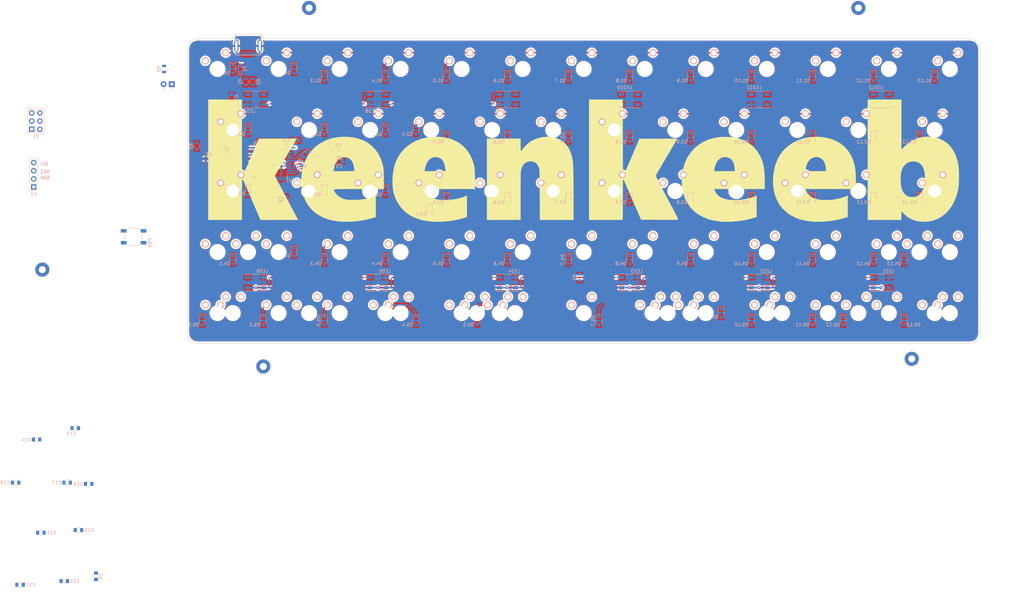
<source format=kicad_pcb>
(kicad_pcb (version 4) (host pcbnew 4.0.4-stable)
  (layers (0 F.Cu signal) (31 B.Cu signal) (34 B.Paste user) (35 F.Paste user) (36 B.SilkS user) (37 F.SilkS user hide) (38 B.Mask user) (39 F.Mask user) (44 Edge.Cuts user))
  (net 0 "")
  (net 1 "Net-(C1-Pad1)")
  (net 2 GND)
  (net 3 /microcontroller/USB_D-)
  (net 4 /microcontroller/USB_D+)
  (net 5 "Net-(R1-Pad1)")
  (net 6 "Net-(C2-Pad1)")
  (net 7 VCC)
  (net 8 "Net-(J0-Pad4)")
  (net 9 "Net-(R2-Pad1)")
  (net 10 /matrix/Col1)
  (net 11 /matrix/Col2)
  (net 12 /matrix/Col3)
  (net 13 /matrix/Col4)
  (net 14 /matrix/Col5)
  (net 15 /matrix/Col6)
  (net 16 /matrix/Col7)
  (net 17 /matrix/Col8)
  (net 18 /matrix/Col10)
  (net 19 /matrix/Col11)
  (net 20 /matrix/Col12)
  (net 21 /matrix/Col13)
  (net 22 /matrix/Col9)
  (net 23 /matrix/Row1)
  (net 24 /matrix/Row2)
  (net 25 /matrix/Row3)
  (net 26 /matrix/Row4)
  (net 27 /matrix/Row5)
  (net 28 "Net-(D1.1-Pad1)")
  (net 29 "Net-(D1.2-Pad1)")
  (net 30 "Net-(D1.3-Pad1)")
  (net 31 "Net-(D1.4-Pad1)")
  (net 32 "Net-(D1.5-Pad1)")
  (net 33 "Net-(D2.1-Pad1)")
  (net 34 "Net-(D2.2-Pad1)")
  (net 35 "Net-(D2.3-Pad1)")
  (net 36 "Net-(D2.4-Pad1)")
  (net 37 "Net-(D2.5-Pad1)")
  (net 38 "Net-(D3.1-Pad1)")
  (net 39 "Net-(D3.2-Pad1)")
  (net 40 "Net-(D3.3-Pad1)")
  (net 41 "Net-(D3.4-Pad1)")
  (net 42 "Net-(D3.5-Pad1)")
  (net 43 "Net-(D4.1-Pad1)")
  (net 44 "Net-(D4.2-Pad1)")
  (net 45 "Net-(D4.3-Pad1)")
  (net 46 "Net-(D4.4-Pad1)")
  (net 47 "Net-(D4.5-Pad1)")
  (net 48 "Net-(D1.6-Pad1)")
  (net 49 "Net-(D1.7-Pad1)")
  (net 50 "Net-(D1.8-Pad1)")
  (net 51 "Net-(D1.9-Pad1)")
  (net 52 "Net-(D1.10-Pad1)")
  (net 53 "Net-(D1.11-Pad1)")
  (net 54 "Net-(D1.12-Pad1)")
  (net 55 "Net-(D1.13-Pad1)")
  (net 56 "Net-(D2.6-Pad1)")
  (net 57 "Net-(D2.8-Pad1)")
  (net 58 "Net-(D2.9-Pad1)")
  (net 59 "Net-(D2.10-Pad1)")
  (net 60 "Net-(D2.11-Pad1)")
  (net 61 "Net-(D2.12-Pad1)")
  (net 62 "Net-(D2.13-Pad1)")
  (net 63 "Net-(D3.6-Pad1)")
  (net 64 "Net-(D3.7-Pad1)")
  (net 65 "Net-(D3.8-Pad1)")
  (net 66 "Net-(D3.9-Pad1)")
  (net 67 "Net-(D3.10-Pad1)")
  (net 68 "Net-(D3.11-Pad1)")
  (net 69 "Net-(D3.12-Pad1)")
  (net 70 "Net-(D3.13-Pad1)")
  (net 71 "Net-(D4.6-Pad1)")
  (net 72 "Net-(D4.7-Pad1)")
  (net 73 "Net-(D4.8-Pad1)")
  (net 74 "Net-(D4.9-Pad1)")
  (net 75 "Net-(D4.10-Pad1)")
  (net 76 "Net-(D4.11-Pad1)")
  (net 77 "Net-(D4.12-Pad1)")
  (net 78 "Net-(D4.13-Pad1)")
  (net 79 "Net-(D5.11-Pad1)")
  (net 80 "Net-(D5.12-Pad1)")
  (net 81 "Net-(D5.13-Pad1)")
  (net 82 /microcontroller/SCK)
  (net 83 /microcontroller/MOSI)
  (net 84 /microcontroller/nRST)
  (net 85 /microcontroller/SDA)
  (net 86 /microcontroller/SCL)
  (net 87 "Net-(D5.1-Pad1)")
  (net 88 "Net-(D5.2-Pad1)")
  (net 89 "Net-(D5.4-Pad1)")
  (net 90 "Net-(D5.7-Pad1)")
  (net 91 "Net-(D5.10-Pad1)")
  (net 92 /microcontroller/LED)
  (net 93 "Net-(D1-Pad2)")
  (net 94 "Net-(LED1-Pad2)")
  (net 95 "Net-(LED2-Pad2)")
  (net 96 "Net-(LED3-Pad2)")
  (net 97 "Net-(LED4-Pad2)")
  (net 98 "Net-(LED5-Pad2)")
  (net 99 "Net-(LED6-Pad2)")
  (net 100 "Net-(LED7-Pad2)")
  (net 101 "Net-(LED8-Pad2)")
  (net 102 "Net-(LED10-Pad4)")
  (net 103 "Net-(LED10-Pad2)")
  (net 104 /underglow/Din)
  (net 105 "Net-(F1-Pad2)")
  (net 106 "Net-(C3-Pad1)")
  (net 107 "Net-(R4-Pad2)")
  (net 108 "Net-(U1-Pad8)")
  (net 109 "Net-(U1-Pad42)")
  (net 110 "Net-(D2.7-Pad1)")
  (net 111 "Net-(D5.3-Pad1)")
  (net 112 "Net-(D5.5-Pad1)")
  (net 113 "Net-(D5.9-Pad1)")
  (net 114 "Net-(U1-Pad1)")
  (net 115 "Net-(D5.5-Pad2)")
  (module footprints:MX_100_Plate (layer F.Cu) (at 209.55 138.1125)
    (fp_text reference SW3A8 hide)
    (fp_text value H hide)
    (pad 1 thru_hole circle (at 2.54 -5.08) (size 2.286 2.286) (drill 1.4986) (layers *.Cu *.SilkS *.Mask) (net 25 /matrix/Row3))
    (pad 2 thru_hole circle (at -3.81 -2.54) (size 2.286 2.286) (drill 1.4986) (layers *.Cu *.SilkS *.Mask) (net 65 "Net-(D3.8-Pad1)"))
    (pad HOLE np_thru_hole circle (at 0 0) (size 3.9878 3.9878) (drill 3.9878) (layers *.Cu))
  )
  (module footprints:MX_200_Plate_NoStabHoles (layer F.Cu) (at 95.25 157.1625)
    (fp_text reference SW4A1 hide)
    (fp_text value LShift hide)
    (pad 1 thru_hole circle (at 2.54 -5.08) (size 2.286 2.286) (drill 1.4986) (layers *.Cu *.SilkS *.Mask) (net 26 /matrix/Row4))
    (pad 2 thru_hole circle (at -3.81 -2.54) (size 2.286 2.286) (drill 1.4986) (layers *.Cu *.SilkS *.Mask) (net 43 "Net-(D4.1-Pad1)"))
    (pad HOLE np_thru_hole circle (at 0 0) (size 3.9878 3.9878) (drill 3.9878) (layers *.Cu))
  )
  (module LEDs:LED_WS2812B-PLCC4 (layer B.Cu) (at 292.89375 109.5375 180)
    (fp_text reference LED12 (at 1.55575 3.7465 180) (layer B.SilkS) (effects (justify mirror)))
    (fp_text value WS2812b)
    (pad 3 smd rect (at 2.5 -1.6 180) (size 1.6 1) (layers B.Cu B.Paste B.Mask) (net 2 GND))
    (pad 4 smd rect (at 2.5 1.6 180) (size 1.6 1) (layers B.Cu B.Paste B.Mask) (net 102 "Net-(LED10-Pad4)"))
    (pad 2 smd rect (at -2.5 -1.6 180) (size 1.6 1) (layers B.Cu B.Paste B.Mask) (net 103 "Net-(LED10-Pad2)"))
    (pad 1 smd rect (at -2.5 1.6 180) (size 1.6 1) (layers B.Cu B.Paste B.Mask) (net 7 VCC))
  )
  (module LEDs:LED_WS2812B-PLCC4 (layer B.Cu) (at 254.79375 109.5375 180)
    (fp_text reference LED11 (at 1.55575 3.7465 180) (layer B.SilkS) (effects (justify mirror)))
    (fp_text value WS2812b)
    (pad 3 smd rect (at 2.5 -1.6 180) (size 1.6 1) (layers B.Cu B.Paste B.Mask) (net 2 GND))
    (pad 4 smd rect (at 2.5 1.6 180) (size 1.6 1) (layers B.Cu B.Paste B.Mask) (net 102 "Net-(LED10-Pad4)"))
    (pad 2 smd rect (at -2.5 -1.6 180) (size 1.6 1) (layers B.Cu B.Paste B.Mask) (net 103 "Net-(LED10-Pad2)"))
    (pad 1 smd rect (at -2.5 1.6 180) (size 1.6 1) (layers B.Cu B.Paste B.Mask) (net 7 VCC))
  )
  (module Buttons_Switches_SMD:SW_SPST_SKQG (layer B.Cu) (at 59.53125 152.4 180)
    (fp_text reference PB0 (at -5.08 -1.778 270) (layer B.SilkS) (effects (justify mirror)))
    (fp_text value SW_PUSH)
    (pad 1 smd rect (at -3.1 1.85 180) (size 1.8 1.1) (layers B.Cu B.Paste B.Mask) (net 2 GND))
    (pad 1 smd rect (at 3.1 1.85 180) (size 1.8 1.1) (layers B.Cu B.Paste B.Mask) (net 2 GND))
    (pad 2 smd rect (at -3.1 -1.85 180) (size 1.8 1.1) (layers B.Cu B.Paste B.Mask) (net 84 /microcontroller/nRST))
    (pad 2 smd rect (at 3.1 -1.85 180) (size 1.8 1.1) (layers B.Cu B.Paste B.Mask) (net 84 /microcontroller/nRST))
  )
  (module Housings_QFP:TQFP-44_10x10mm_Pitch0.8mm (layer B.Cu) (at 102.39375 128.5875 270)
    (fp_text reference U1 (at 6.096 -5.588 360) (layer B.SilkS) (effects (justify mirror)))
    (fp_text value ATMEGA32U4)
    (pad 1 smd rect (at -5.7 4 270) (size 1.5 0.55) (layers B.Cu B.Paste B.Mask) (net 114 "Net-(U1-Pad1)"))
    (pad 2 smd rect (at -5.7 3.2 270) (size 1.5 0.55) (layers B.Cu B.Paste B.Mask) (net 7 VCC))
    (pad 3 smd rect (at -5.7 2.4 270) (size 1.5 0.55) (layers B.Cu B.Paste B.Mask) (net 5 "Net-(R1-Pad1)"))
    (pad 4 smd rect (at -5.7 1.6 270) (size 1.5 0.55) (layers B.Cu B.Paste B.Mask) (net 9 "Net-(R2-Pad1)"))
    (pad 5 smd rect (at -5.7 0.8 270) (size 1.5 0.55) (layers B.Cu B.Paste B.Mask) (net 2 GND))
    (pad 6 smd rect (at -5.7 0 270) (size 1.5 0.55) (layers B.Cu B.Paste B.Mask) (net 1 "Net-(C1-Pad1)"))
    (pad 7 smd rect (at -5.7 -0.8 270) (size 1.5 0.55) (layers B.Cu B.Paste B.Mask) (net 7 VCC))
    (pad 8 smd rect (at -5.7 -1.6 270) (size 1.5 0.55) (layers B.Cu B.Paste B.Mask) (net 108 "Net-(U1-Pad8)"))
    (pad 9 smd rect (at -5.7 -2.4 270) (size 1.5 0.55) (layers B.Cu B.Paste B.Mask) (net 82 /microcontroller/SCK))
    (pad 10 smd rect (at -5.7 -3.2 270) (size 1.5 0.55) (layers B.Cu B.Paste B.Mask) (net 83 /microcontroller/MOSI))
    (pad 11 smd rect (at -5.7 -4 270) (size 1.5 0.55) (layers B.Cu B.Paste B.Mask) (net 104 /underglow/Din))
    (pad 12 smd rect (at -4 -5.7 180) (size 1.5 0.55) (layers B.Cu B.Paste B.Mask) (net 92 /microcontroller/LED))
    (pad 13 smd rect (at -3.2 -5.7 180) (size 1.5 0.55) (layers B.Cu B.Paste B.Mask) (net 84 /microcontroller/nRST))
    (pad 14 smd rect (at -2.4 -5.7 180) (size 1.5 0.55) (layers B.Cu B.Paste B.Mask) (net 7 VCC))
    (pad 15 smd rect (at -1.6 -5.7 180) (size 1.5 0.55) (layers B.Cu B.Paste B.Mask) (net 2 GND))
    (pad 16 smd rect (at -0.8 -5.7 180) (size 1.5 0.55) (layers B.Cu B.Paste B.Mask) (net 6 "Net-(C2-Pad1)"))
    (pad 17 smd rect (at 0 -5.7 180) (size 1.5 0.55) (layers B.Cu B.Paste B.Mask) (net 106 "Net-(C3-Pad1)"))
    (pad 18 smd rect (at 0.8 -5.7 180) (size 1.5 0.55) (layers B.Cu B.Paste B.Mask) (net 86 /microcontroller/SCL))
    (pad 19 smd rect (at 1.6 -5.7 180) (size 1.5 0.55) (layers B.Cu B.Paste B.Mask) (net 85 /microcontroller/SDA))
    (pad 20 smd rect (at 2.4 -5.7 180) (size 1.5 0.55) (layers B.Cu B.Paste B.Mask) (net 21 /matrix/Col13))
    (pad 21 smd rect (at 3.2 -5.7 180) (size 1.5 0.55) (layers B.Cu B.Paste B.Mask) (net 20 /matrix/Col12))
    (pad 22 smd rect (at 4 -5.7 180) (size 1.5 0.55) (layers B.Cu B.Paste B.Mask) (net 19 /matrix/Col11))
    (pad 23 smd rect (at 5.7 -4 270) (size 1.5 0.55) (layers B.Cu B.Paste B.Mask) (net 2 GND))
    (pad 24 smd rect (at 5.7 -3.2 270) (size 1.5 0.55) (layers B.Cu B.Paste B.Mask) (net 7 VCC))
    (pad 25 smd rect (at 5.7 -2.4 270) (size 1.5 0.55) (layers B.Cu B.Paste B.Mask) (net 18 /matrix/Col10))
    (pad 26 smd rect (at 5.7 -1.6 270) (size 1.5 0.55) (layers B.Cu B.Paste B.Mask) (net 22 /matrix/Col9))
    (pad 27 smd rect (at 5.7 -0.8 270) (size 1.5 0.55) (layers B.Cu B.Paste B.Mask) (net 17 /matrix/Col8))
    (pad 28 smd rect (at 5.7 0 270) (size 1.5 0.55) (layers B.Cu B.Paste B.Mask) (net 16 /matrix/Col7))
    (pad 29 smd rect (at 5.7 0.8 270) (size 1.5 0.55) (layers B.Cu B.Paste B.Mask) (net 15 /matrix/Col6))
    (pad 30 smd rect (at 5.7 1.6 270) (size 1.5 0.55) (layers B.Cu B.Paste B.Mask) (net 14 /matrix/Col5))
    (pad 31 smd rect (at 5.7 2.4 270) (size 1.5 0.55) (layers B.Cu B.Paste B.Mask) (net 13 /matrix/Col4))
    (pad 32 smd rect (at 5.7 3.2 270) (size 1.5 0.55) (layers B.Cu B.Paste B.Mask) (net 12 /matrix/Col3))
    (pad 33 smd rect (at 5.7 4 270) (size 1.5 0.55) (layers B.Cu B.Paste B.Mask) (net 107 "Net-(R4-Pad2)"))
    (pad 34 smd rect (at 4 5.7 180) (size 1.5 0.55) (layers B.Cu B.Paste B.Mask) (net 7 VCC))
    (pad 35 smd rect (at 3.2 5.7 180) (size 1.5 0.55) (layers B.Cu B.Paste B.Mask) (net 2 GND))
    (pad 36 smd rect (at 2.4 5.7 180) (size 1.5 0.55) (layers B.Cu B.Paste B.Mask) (net 27 /matrix/Row5))
    (pad 37 smd rect (at 1.6 5.7 180) (size 1.5 0.55) (layers B.Cu B.Paste B.Mask) (net 26 /matrix/Row4))
    (pad 38 smd rect (at 0.8 5.7 180) (size 1.5 0.55) (layers B.Cu B.Paste B.Mask) (net 25 /matrix/Row3))
    (pad 39 smd rect (at 0 5.7 180) (size 1.5 0.55) (layers B.Cu B.Paste B.Mask) (net 24 /matrix/Row2))
    (pad 40 smd rect (at -0.8 5.7 180) (size 1.5 0.55) (layers B.Cu B.Paste B.Mask) (net 23 /matrix/Row1))
    (pad 41 smd rect (at -1.6 5.7 180) (size 1.5 0.55) (layers B.Cu B.Paste B.Mask) (net 10 /matrix/Col1))
    (pad 42 smd rect (at -2.4 5.7 180) (size 1.5 0.55) (layers B.Cu B.Paste B.Mask) (net 109 "Net-(U1-Pad42)"))
    (pad 43 smd rect (at -3.2 5.7 180) (size 1.5 0.55) (layers B.Cu B.Paste B.Mask) (net 2 GND))
    (pad 44 smd rect (at -4 5.7 180) (size 1.5 0.55) (layers B.Cu B.Paste B.Mask) (net 7 VCC))
  )
  (module Diodes_SMD:D_SOD-323_HandSoldering (layer B.Cu) (at 90.4875 100.0125 270)
    (fp_text reference D1.1 (at 1.2536 2.5508 360) (layer B.SilkS) (effects (justify mirror)))
    (fp_text value D)
    (pad 1 smd rect (at -1.25 0 270) (size 1 1) (layers B.Cu B.Paste B.Mask) (net 28 "Net-(D1.1-Pad1)"))
    (pad 2 smd rect (at 1.25 0 270) (size 1 1) (layers B.Cu B.Paste B.Mask) (net 10 /matrix/Col1))
  )
  (module Diodes_SMD:D_SOD-323_HandSoldering (layer B.Cu) (at 109.5375 100.0125 270)
    (fp_text reference D1.2 (at 1.2536 2.7008 360) (layer B.SilkS) (effects (justify mirror)))
    (fp_text value D)
    (pad 1 smd rect (at -1.25 0 270) (size 1 1) (layers B.Cu B.Paste B.Mask) (net 29 "Net-(D1.2-Pad1)"))
    (pad 2 smd rect (at 1.25 0 270) (size 1 1) (layers B.Cu B.Paste B.Mask) (net 11 /matrix/Col2))
  )
  (module Diodes_SMD:D_SOD-323_HandSoldering (layer B.Cu) (at 119.0625 102.39375 270)
    (fp_text reference D1.3 (at 1.2536 2.6508 360) (layer B.SilkS) (effects (justify mirror)))
    (fp_text value D)
    (pad 1 smd rect (at -1.25 0 270) (size 1 1) (layers B.Cu B.Paste B.Mask) (net 30 "Net-(D1.3-Pad1)"))
    (pad 2 smd rect (at 1.25 0 270) (size 1 1) (layers B.Cu B.Paste B.Mask) (net 12 /matrix/Col3))
  )
  (module Diodes_SMD:D_SOD-323_HandSoldering (layer B.Cu) (at 138.1125 102.39375 270)
    (fp_text reference D1.4 (at 1.2536 2.6008 360) (layer B.SilkS) (effects (justify mirror)))
    (fp_text value D)
    (pad 1 smd rect (at -1.25 0 270) (size 1 1) (layers B.Cu B.Paste B.Mask) (net 31 "Net-(D1.4-Pad1)"))
    (pad 2 smd rect (at 1.25 0 270) (size 1 1) (layers B.Cu B.Paste B.Mask) (net 13 /matrix/Col4))
  )
  (module Diodes_SMD:D_SOD-323_HandSoldering (layer B.Cu) (at 157.1625 102.39375 270)
    (fp_text reference D1.5 (at 1.2536 2.5508 360) (layer B.SilkS) (effects (justify mirror)))
    (fp_text value D)
    (pad 1 smd rect (at -1.25 0 270) (size 1 1) (layers B.Cu B.Paste B.Mask) (net 32 "Net-(D1.5-Pad1)"))
    (pad 2 smd rect (at 1.25 0 270) (size 1 1) (layers B.Cu B.Paste B.Mask) (net 14 /matrix/Col5))
  )
  (module Diodes_SMD:D_SOD-323_HandSoldering (layer B.Cu) (at 176.2125 102.39375 270)
    (fp_text reference D1.6 (at 1.2536 2.7008 360) (layer B.SilkS) (effects (justify mirror)))
    (fp_text value D)
    (pad 1 smd rect (at -1.25 0 270) (size 1 1) (layers B.Cu B.Paste B.Mask) (net 48 "Net-(D1.6-Pad1)"))
    (pad 2 smd rect (at 1.25 0 270) (size 1 1) (layers B.Cu B.Paste B.Mask) (net 15 /matrix/Col6))
  )
  (module Diodes_SMD:D_SOD-323_HandSoldering (layer B.Cu) (at 195.2625 102.39375 270)
    (fp_text reference D1.7 (at 1.2536 2.6508 360) (layer B.SilkS) (effects (justify mirror)))
    (fp_text value D)
    (pad 1 smd rect (at -1.25 0 270) (size 1 1) (layers B.Cu B.Paste B.Mask) (net 49 "Net-(D1.7-Pad1)"))
    (pad 2 smd rect (at 1.25 0 270) (size 1 1) (layers B.Cu B.Paste B.Mask) (net 16 /matrix/Col7))
  )
  (module Diodes_SMD:D_SOD-323_HandSoldering (layer B.Cu) (at 214.3125 102.39375 270)
    (fp_text reference D1.8 (at 1.2536 2.6008 360) (layer B.SilkS) (effects (justify mirror)))
    (fp_text value D)
    (pad 1 smd rect (at -1.25 0 270) (size 1 1) (layers B.Cu B.Paste B.Mask) (net 50 "Net-(D1.8-Pad1)"))
    (pad 2 smd rect (at 1.25 0 270) (size 1 1) (layers B.Cu B.Paste B.Mask) (net 17 /matrix/Col8))
  )
  (module Diodes_SMD:D_SOD-323_HandSoldering (layer B.Cu) (at 233.3625 102.39375 270)
    (fp_text reference D1.9 (at 1.2536 2.5508 360) (layer B.SilkS) (effects (justify mirror)))
    (fp_text value D)
    (pad 1 smd rect (at -1.25 0 270) (size 1 1) (layers B.Cu B.Paste B.Mask) (net 51 "Net-(D1.9-Pad1)"))
    (pad 2 smd rect (at 1.25 0 270) (size 1 1) (layers B.Cu B.Paste B.Mask) (net 22 /matrix/Col9))
  )
  (module Diodes_SMD:D_SOD-323_HandSoldering (layer B.Cu) (at 252.4125 102.39375 270)
    (fp_text reference D1.10 (at 1.2536 3.1008 360) (layer B.SilkS) (effects (justify mirror)))
    (fp_text value D)
    (pad 1 smd rect (at -1.25 0 270) (size 1 1) (layers B.Cu B.Paste B.Mask) (net 52 "Net-(D1.10-Pad1)"))
    (pad 2 smd rect (at 1.25 0 270) (size 1 1) (layers B.Cu B.Paste B.Mask) (net 18 /matrix/Col10))
  )
  (module Diodes_SMD:D_SOD-323_HandSoldering (layer B.Cu) (at 271.4625 102.39375 270)
    (fp_text reference D1.11 (at 1.2536 3.0508 360) (layer B.SilkS) (effects (justify mirror)))
    (fp_text value D)
    (pad 1 smd rect (at -1.25 0 270) (size 1 1) (layers B.Cu B.Paste B.Mask) (net 53 "Net-(D1.11-Pad1)"))
    (pad 2 smd rect (at 1.25 0 270) (size 1 1) (layers B.Cu B.Paste B.Mask) (net 19 /matrix/Col11))
  )
  (module Diodes_SMD:D_SOD-323_HandSoldering (layer B.Cu) (at 290.5125 102.39375 270)
    (fp_text reference D1.12 (at 1.2536 3.2008 360) (layer B.SilkS) (effects (justify mirror)))
    (fp_text value D)
    (pad 1 smd rect (at -1.25 0 270) (size 1 1) (layers B.Cu B.Paste B.Mask) (net 54 "Net-(D1.12-Pad1)"))
    (pad 2 smd rect (at 1.25 0 270) (size 1 1) (layers B.Cu B.Paste B.Mask) (net 20 /matrix/Col12))
  )
  (module Diodes_SMD:D_SOD-323_HandSoldering (layer B.Cu) (at 309.5625 102.39375 270)
    (fp_text reference D1.13 (at 1.2536 3.1508 360) (layer B.SilkS) (effects (justify mirror)))
    (fp_text value D)
    (pad 1 smd rect (at -1.25 0 270) (size 1 1) (layers B.Cu B.Paste B.Mask) (net 55 "Net-(D1.13-Pad1)"))
    (pad 2 smd rect (at 1.25 0 270) (size 1 1) (layers B.Cu B.Paste B.Mask) (net 21 /matrix/Col13))
  )
  (module Diodes_SMD:D_SOD-323_HandSoldering (layer B.Cu) (at 95.25 119.0625 270)
    (fp_text reference D2.1 (at 1.3036 2.5756 360) (layer B.SilkS) (effects (justify mirror)))
    (fp_text value D)
    (pad 1 smd rect (at -1.25 0 270) (size 1 1) (layers B.Cu B.Paste B.Mask) (net 33 "Net-(D2.1-Pad1)"))
    (pad 2 smd rect (at 1.25 0 270) (size 1 1) (layers B.Cu B.Paste B.Mask) (net 10 /matrix/Col1))
  )
  (module Diodes_SMD:D_SOD-323_HandSoldering (layer B.Cu) (at 119.0625 119.0625 270)
    (fp_text reference D2.2 (at 1.3036 2.5504 360) (layer B.SilkS) (effects (justify mirror)))
    (fp_text value D)
    (pad 1 smd rect (at -1.25 0 270) (size 1 1) (layers B.Cu B.Paste B.Mask) (net 34 "Net-(D2.2-Pad1)"))
    (pad 2 smd rect (at 1.25 0 270) (size 1 1) (layers B.Cu B.Paste B.Mask) (net 11 /matrix/Col2))
  )
  (module Diodes_SMD:D_SOD-323_HandSoldering (layer B.Cu) (at 138.1125 119.0625 270)
    (fp_text reference D2.3 (at 1.3036 2.7004 360) (layer B.SilkS) (effects (justify mirror)))
    (fp_text value D)
    (pad 1 smd rect (at -1.25 0 270) (size 1 1) (layers B.Cu B.Paste B.Mask) (net 35 "Net-(D2.3-Pad1)"))
    (pad 2 smd rect (at 1.25 0 270) (size 1 1) (layers B.Cu B.Paste B.Mask) (net 12 /matrix/Col3))
  )
  (module Diodes_SMD:D_SOD-323_HandSoldering (layer B.Cu) (at 147.6375 119.0625 270)
    (fp_text reference D2.4 (at 1.3036 2.6504 360) (layer B.SilkS) (effects (justify mirror)))
    (fp_text value D)
    (pad 1 smd rect (at -1.25 0 270) (size 1 1) (layers B.Cu B.Paste B.Mask) (net 36 "Net-(D2.4-Pad1)"))
    (pad 2 smd rect (at 1.25 0 270) (size 1 1) (layers B.Cu B.Paste B.Mask) (net 13 /matrix/Col4))
  )
  (module Diodes_SMD:D_SOD-323_HandSoldering (layer B.Cu) (at 157.1625 121.44375 270)
    (fp_text reference D2.5 (at 1.3036 2.6004 360) (layer B.SilkS) (effects (justify mirror)))
    (fp_text value D)
    (pad 1 smd rect (at -1.25 0 270) (size 1 1) (layers B.Cu B.Paste B.Mask) (net 37 "Net-(D2.5-Pad1)"))
    (pad 2 smd rect (at 1.25 0 270) (size 1 1) (layers B.Cu B.Paste B.Mask) (net 14 /matrix/Col5))
  )
  (module Diodes_SMD:D_SOD-323_HandSoldering (layer B.Cu) (at 176.2125 121.44375 270)
    (fp_text reference D2.6 (at 1.3036 2.7504 360) (layer B.SilkS) (effects (justify mirror)))
    (fp_text value D)
    (pad 1 smd rect (at -1.25 0 270) (size 1 1) (layers B.Cu B.Paste B.Mask) (net 56 "Net-(D2.6-Pad1)"))
    (pad 2 smd rect (at 1.25 0 270) (size 1 1) (layers B.Cu B.Paste B.Mask) (net 15 /matrix/Col6))
  )
  (module Diodes_SMD:D_SOD-323_HandSoldering (layer B.Cu) (at 214.3125 121.44375 270)
    (fp_text reference D2.8 (at 1.3036 2.7004 360) (layer B.SilkS) (effects (justify mirror)))
    (fp_text value D)
    (pad 1 smd rect (at -1.25 0 270) (size 1 1) (layers B.Cu B.Paste B.Mask) (net 57 "Net-(D2.8-Pad1)"))
    (pad 2 smd rect (at 1.25 0 270) (size 1 1) (layers B.Cu B.Paste B.Mask) (net 17 /matrix/Col8))
  )
  (module Diodes_SMD:D_SOD-323_HandSoldering (layer B.Cu) (at 233.3625 121.44375 270)
    (fp_text reference D2.9 (at 1.3036 2.6504 360) (layer B.SilkS) (effects (justify mirror)))
    (fp_text value D)
    (pad 1 smd rect (at -1.25 0 270) (size 1 1) (layers B.Cu B.Paste B.Mask) (net 58 "Net-(D2.9-Pad1)"))
    (pad 2 smd rect (at 1.25 0 270) (size 1 1) (layers B.Cu B.Paste B.Mask) (net 22 /matrix/Col9))
  )
  (module Diodes_SMD:D_SOD-323_HandSoldering (layer B.Cu) (at 252.4125 121.44375 270)
    (fp_text reference D2.10 (at 1.3036 3.2004 360) (layer B.SilkS) (effects (justify mirror)))
    (fp_text value D)
    (pad 1 smd rect (at -1.25 0 270) (size 1 1) (layers B.Cu B.Paste B.Mask) (net 59 "Net-(D2.10-Pad1)"))
    (pad 2 smd rect (at 1.25 0 270) (size 1 1) (layers B.Cu B.Paste B.Mask) (net 18 /matrix/Col10))
  )
  (module Diodes_SMD:D_SOD-323_HandSoldering (layer B.Cu) (at 271.4625 121.44375 270)
    (fp_text reference D2.11 (at 1.3036 3.1504 360) (layer B.SilkS) (effects (justify mirror)))
    (fp_text value D)
    (pad 1 smd rect (at -1.25 0 270) (size 1 1) (layers B.Cu B.Paste B.Mask) (net 60 "Net-(D2.11-Pad1)"))
    (pad 2 smd rect (at 1.25 0 270) (size 1 1) (layers B.Cu B.Paste B.Mask) (net 19 /matrix/Col11))
  )
  (module Diodes_SMD:D_SOD-323_HandSoldering (layer B.Cu) (at 290.5125 121.44375 270)
    (fp_text reference D2.12 (at 1.3036 3.1004 360) (layer B.SilkS) (effects (justify mirror)))
    (fp_text value D)
    (pad 1 smd rect (at -1.25 0 270) (size 1 1) (layers B.Cu B.Paste B.Mask) (net 61 "Net-(D2.12-Pad1)"))
    (pad 2 smd rect (at 1.25 0 270) (size 1 1) (layers B.Cu B.Paste B.Mask) (net 20 /matrix/Col12))
  )
  (module Diodes_SMD:D_SOD-323_HandSoldering (layer B.Cu) (at 304.8 121.44375 270)
    (fp_text reference D2.13 (at 1.3036 3.0752 360) (layer B.SilkS) (effects (justify mirror)))
    (fp_text value D)
    (pad 1 smd rect (at -1.25 0 270) (size 1 1) (layers B.Cu B.Paste B.Mask) (net 62 "Net-(D2.13-Pad1)"))
    (pad 2 smd rect (at 1.25 0 270) (size 1 1) (layers B.Cu B.Paste B.Mask) (net 21 /matrix/Col13))
  )
  (module Diodes_SMD:D_SOD-323_HandSoldering (layer B.Cu) (at 95.25 138.1125 270)
    (fp_text reference D3.1 (at 0.7536 2.5756 360) (layer B.SilkS) (effects (justify mirror)))
    (fp_text value D)
    (pad 1 smd rect (at -1.25 0 270) (size 1 1) (layers B.Cu B.Paste B.Mask) (net 38 "Net-(D3.1-Pad1)"))
    (pad 2 smd rect (at 1.25 0 270) (size 1 1) (layers B.Cu B.Paste B.Mask) (net 10 /matrix/Col1))
  )
  (module Diodes_SMD:D_SOD-323_HandSoldering (layer B.Cu) (at 119.0625 138.1125 270)
    (fp_text reference D3.2 (at 1.1536 2.7504 360) (layer B.SilkS) (effects (justify mirror)))
    (fp_text value D)
    (pad 1 smd rect (at -1.25 0 270) (size 1 1) (layers B.Cu B.Paste B.Mask) (net 39 "Net-(D3.2-Pad1)"))
    (pad 2 smd rect (at 1.25 0 270) (size 1 1) (layers B.Cu B.Paste B.Mask) (net 11 /matrix/Col2))
  )
  (module Diodes_SMD:D_SOD-323_HandSoldering (layer B.Cu) (at 138.1125 138.1125 270)
    (fp_text reference D3.3 (at 1.1536 2.7004 360) (layer B.SilkS) (effects (justify mirror)))
    (fp_text value D)
    (pad 1 smd rect (at -1.25 0 270) (size 1 1) (layers B.Cu B.Paste B.Mask) (net 40 "Net-(D3.3-Pad1)"))
    (pad 2 smd rect (at 1.25 0 270) (size 1 1) (layers B.Cu B.Paste B.Mask) (net 12 /matrix/Col3))
  )
  (module Diodes_SMD:D_SOD-323_HandSoldering (layer B.Cu) (at 151.892 144.145 270)
    (fp_text reference D3.4 (at 1.1536 2.6504 360) (layer B.SilkS) (effects (justify mirror)))
    (fp_text value D)
    (pad 1 smd rect (at -1.25 0 270) (size 1 1) (layers B.Cu B.Paste B.Mask) (net 41 "Net-(D3.4-Pad1)"))
    (pad 2 smd rect (at 1.25 0 270) (size 1 1) (layers B.Cu B.Paste B.Mask) (net 13 /matrix/Col4))
  )
  (module Diodes_SMD:D_SOD-323_HandSoldering (layer B.Cu) (at 157.1625 140.49375 270)
    (fp_text reference D3.5 (at 1.1536 2.6004 360) (layer B.SilkS) (effects (justify mirror)))
    (fp_text value D)
    (pad 1 smd rect (at -1.25 0 270) (size 1 1) (layers B.Cu B.Paste B.Mask) (net 42 "Net-(D3.5-Pad1)"))
    (pad 2 smd rect (at 1.25 0 270) (size 1 1) (layers B.Cu B.Paste B.Mask) (net 14 /matrix/Col5))
  )
  (module Diodes_SMD:D_SOD-323_HandSoldering (layer B.Cu) (at 176.2125 140.49375 270)
    (fp_text reference D3.6 (at 1.2044 2.7504 360) (layer B.SilkS) (effects (justify mirror)))
    (fp_text value D)
    (pad 1 smd rect (at -1.25 0 270) (size 1 1) (layers B.Cu B.Paste B.Mask) (net 63 "Net-(D3.6-Pad1)"))
    (pad 2 smd rect (at 1.25 0 270) (size 1 1) (layers B.Cu B.Paste B.Mask) (net 15 /matrix/Col6))
  )
  (module Diodes_SMD:D_SOD-323_HandSoldering (layer B.Cu) (at 195.2625 140.49375 270)
    (fp_text reference D3.7 (at 1.2036 2.5556 360) (layer B.SilkS) (effects (justify mirror)))
    (fp_text value D)
    (pad 1 smd rect (at -1.25 0 270) (size 1 1) (layers B.Cu B.Paste B.Mask) (net 64 "Net-(D3.7-Pad1)"))
    (pad 2 smd rect (at 1.25 0 270) (size 1 1) (layers B.Cu B.Paste B.Mask) (net 16 /matrix/Col7))
  )
  (module Diodes_SMD:D_SOD-323_HandSoldering (layer B.Cu) (at 214.3125 140.49375 270)
    (fp_text reference D3.8 (at 1.1536 2.7004 360) (layer B.SilkS) (effects (justify mirror)))
    (fp_text value D)
    (pad 1 smd rect (at -1.25 0 270) (size 1 1) (layers B.Cu B.Paste B.Mask) (net 65 "Net-(D3.8-Pad1)"))
    (pad 2 smd rect (at 1.25 0 270) (size 1 1) (layers B.Cu B.Paste B.Mask) (net 17 /matrix/Col8))
  )
  (module Diodes_SMD:D_SOD-323_HandSoldering (layer B.Cu) (at 233.3625 140.49375 270)
    (fp_text reference D3.9 (at 1.1536 2.6504 360) (layer B.SilkS) (effects (justify mirror)))
    (fp_text value D)
    (pad 1 smd rect (at -1.25 0 270) (size 1 1) (layers B.Cu B.Paste B.Mask) (net 66 "Net-(D3.9-Pad1)"))
    (pad 2 smd rect (at 1.25 0 270) (size 1 1) (layers B.Cu B.Paste B.Mask) (net 22 /matrix/Col9))
  )
  (module Diodes_SMD:D_SOD-323_HandSoldering (layer B.Cu) (at 252.4125 140.49375 270)
    (fp_text reference D3.10 (at 1.1536 3.2004 360) (layer B.SilkS) (effects (justify mirror)))
    (fp_text value D)
    (pad 1 smd rect (at -1.25 0 270) (size 1 1) (layers B.Cu B.Paste B.Mask) (net 67 "Net-(D3.10-Pad1)"))
    (pad 2 smd rect (at 1.25 0 270) (size 1 1) (layers B.Cu B.Paste B.Mask) (net 18 /matrix/Col10))
  )
  (module Diodes_SMD:D_SOD-323_HandSoldering (layer B.Cu) (at 271.4625 140.49375 270)
    (fp_text reference D3.11 (at 1.1536 3.1504 360) (layer B.SilkS) (effects (justify mirror)))
    (fp_text value D)
    (pad 1 smd rect (at -1.25 0 270) (size 1 1) (layers B.Cu B.Paste B.Mask) (net 68 "Net-(D3.11-Pad1)"))
    (pad 2 smd rect (at 1.25 0 270) (size 1 1) (layers B.Cu B.Paste B.Mask) (net 19 /matrix/Col11))
  )
  (module Diodes_SMD:D_SOD-323_HandSoldering (layer B.Cu) (at 290.5125 140.49375 270)
    (fp_text reference D3.12 (at 1.1536 3.1004 360) (layer B.SilkS) (effects (justify mirror)))
    (fp_text value D)
    (pad 1 smd rect (at -1.25 0 270) (size 1 1) (layers B.Cu B.Paste B.Mask) (net 69 "Net-(D3.12-Pad1)"))
    (pad 2 smd rect (at 1.25 0 270) (size 1 1) (layers B.Cu B.Paste B.Mask) (net 20 /matrix/Col12))
  )
  (module Diodes_SMD:D_SOD-323_HandSoldering (layer B.Cu) (at 304.8 140.49375 270)
    (fp_text reference D3.13 (at 1.1536 3.0752 360) (layer B.SilkS) (effects (justify mirror)))
    (fp_text value D)
    (pad 1 smd rect (at -1.25 0 270) (size 1 1) (layers B.Cu B.Paste B.Mask) (net 70 "Net-(D3.13-Pad1)"))
    (pad 2 smd rect (at 1.25 0 270) (size 1 1) (layers B.Cu B.Paste B.Mask) (net 21 /matrix/Col13))
  )
  (module Diodes_SMD:D_SOD-323_HandSoldering (layer B.Cu) (at 90.4875 159.54375 270)
    (fp_text reference D4.1 (at 1.2036 2.556 360) (layer B.SilkS) (effects (justify mirror)))
    (fp_text value D)
    (pad 1 smd rect (at -1.25 0 270) (size 1 1) (layers B.Cu B.Paste B.Mask) (net 43 "Net-(D4.1-Pad1)"))
    (pad 2 smd rect (at 1.25 0 270) (size 1 1) (layers B.Cu B.Paste B.Mask) (net 10 /matrix/Col1))
  )
  (module Diodes_SMD:D_SOD-323_HandSoldering (layer B.Cu) (at 109.5375 157.1625 270)
    (fp_text reference D4.2 (at 1.2036 2.706 360) (layer B.SilkS) (effects (justify mirror)))
    (fp_text value D)
    (pad 1 smd rect (at -1.25 0 270) (size 1 1) (layers B.Cu B.Paste B.Mask) (net 44 "Net-(D4.2-Pad1)"))
    (pad 2 smd rect (at 1.25 0 270) (size 1 1) (layers B.Cu B.Paste B.Mask) (net 11 /matrix/Col2))
  )
  (module Diodes_SMD:D_SOD-323_HandSoldering (layer B.Cu) (at 119.0625 159.54375 270)
    (fp_text reference D4.3 (at 1.2036 2.656 360) (layer B.SilkS) (effects (justify mirror)))
    (fp_text value D)
    (pad 1 smd rect (at -1.25 0 270) (size 1 1) (layers B.Cu B.Paste B.Mask) (net 45 "Net-(D4.3-Pad1)"))
    (pad 2 smd rect (at 1.25 0 270) (size 1 1) (layers B.Cu B.Paste B.Mask) (net 12 /matrix/Col3))
  )
  (module Diodes_SMD:D_SOD-323_HandSoldering (layer B.Cu) (at 138.1125 159.54375 270)
    (fp_text reference D4.4 (at 1.2036 2.606 360) (layer B.SilkS) (effects (justify mirror)))
    (fp_text value D)
    (pad 1 smd rect (at -1.25 0 270) (size 1 1) (layers B.Cu B.Paste B.Mask) (net 46 "Net-(D4.4-Pad1)"))
    (pad 2 smd rect (at 1.25 0 270) (size 1 1) (layers B.Cu B.Paste B.Mask) (net 13 /matrix/Col4))
  )
  (module Diodes_SMD:D_SOD-323_HandSoldering (layer B.Cu) (at 157.1625 159.54375 270)
    (fp_text reference D4.5 (at 1.2036 2.556 360) (layer B.SilkS) (effects (justify mirror)))
    (fp_text value D)
    (pad 1 smd rect (at -1.25 0 270) (size 1 1) (layers B.Cu B.Paste B.Mask) (net 47 "Net-(D4.5-Pad1)"))
    (pad 2 smd rect (at 1.25 0 270) (size 1 1) (layers B.Cu B.Paste B.Mask) (net 14 /matrix/Col5))
  )
  (module Diodes_SMD:D_SOD-323_HandSoldering (layer B.Cu) (at 176.2125 159.54375 270)
    (fp_text reference D4.6 (at 1.2036 2.706 360) (layer B.SilkS) (effects (justify mirror)))
    (fp_text value D)
    (pad 1 smd rect (at -1.25 0 270) (size 1 1) (layers B.Cu B.Paste B.Mask) (net 71 "Net-(D4.6-Pad1)"))
    (pad 2 smd rect (at 1.25 0 270) (size 1 1) (layers B.Cu B.Paste B.Mask) (net 15 /matrix/Col6))
  )
  (module Diodes_SMD:D_SOD-323_HandSoldering (layer B.Cu) (at 166.6875 178.59375 270)
    (fp_text reference D5.5 (at 1.25 2.65 360) (layer B.SilkS) (effects (justify mirror)))
    (fp_text value D)
    (pad 1 smd rect (at -1.25 0 270) (size 1 1) (layers B.Cu B.Paste B.Mask) (net 112 "Net-(D5.5-Pad1)"))
    (pad 2 smd rect (at 1.25 0 270) (size 1 1) (layers B.Cu B.Paste B.Mask) (net 115 "Net-(D5.5-Pad2)"))
  )
  (module Diodes_SMD:D_SOD-323_HandSoldering (layer B.Cu) (at 214.3125 159.54375 270)
    (fp_text reference D4.8 (at 1.2036 2.7564 360) (layer B.SilkS) (effects (justify mirror)))
    (fp_text value D)
    (pad 1 smd rect (at -1.25 0 270) (size 1 1) (layers B.Cu B.Paste B.Mask) (net 73 "Net-(D4.8-Pad1)"))
    (pad 2 smd rect (at 1.25 0 270) (size 1 1) (layers B.Cu B.Paste B.Mask) (net 17 /matrix/Col8))
  )
  (module Diodes_SMD:D_SOD-323_HandSoldering (layer B.Cu) (at 233.3625 159.54375 270)
    (fp_text reference D4.9 (at 1.2036 2.6556 360) (layer B.SilkS) (effects (justify mirror)))
    (fp_text value D)
    (pad 1 smd rect (at -1.25 0 270) (size 1 1) (layers B.Cu B.Paste B.Mask) (net 74 "Net-(D4.9-Pad1)"))
    (pad 2 smd rect (at 1.25 0 270) (size 1 1) (layers B.Cu B.Paste B.Mask) (net 22 /matrix/Col9))
  )
  (module Diodes_SMD:D_SOD-323_HandSoldering (layer B.Cu) (at 252.4125 159.54375 270)
    (fp_text reference D4.10 (at 1.2036 3.2056 360) (layer B.SilkS) (effects (justify mirror)))
    (fp_text value D)
    (pad 1 smd rect (at -1.25 0 270) (size 1 1) (layers B.Cu B.Paste B.Mask) (net 75 "Net-(D4.10-Pad1)"))
    (pad 2 smd rect (at 1.25 0 270) (size 1 1) (layers B.Cu B.Paste B.Mask) (net 18 /matrix/Col10))
  )
  (module Diodes_SMD:D_SOD-323_HandSoldering (layer B.Cu) (at 271.4625 159.54375 270)
    (fp_text reference D4.11 (at 1.2036 3.1556 360) (layer B.SilkS) (effects (justify mirror)))
    (fp_text value D)
    (pad 1 smd rect (at -1.25 0 270) (size 1 1) (layers B.Cu B.Paste B.Mask) (net 76 "Net-(D4.11-Pad1)"))
    (pad 2 smd rect (at 1.25 0 270) (size 1 1) (layers B.Cu B.Paste B.Mask) (net 19 /matrix/Col11))
  )
  (module Diodes_SMD:D_SOD-323_HandSoldering (layer B.Cu) (at 290.5125 159.54375 270)
    (fp_text reference D4.12 (at 1.2036 3.1564 360) (layer B.SilkS) (effects (justify mirror)))
    (fp_text value D)
    (pad 1 smd rect (at -1.25 0 270) (size 1 1) (layers B.Cu B.Paste B.Mask) (net 77 "Net-(D4.12-Pad1)"))
    (pad 2 smd rect (at 1.25 0 270) (size 1 1) (layers B.Cu B.Paste B.Mask) (net 20 /matrix/Col12))
  )
  (module Diodes_SMD:D_SOD-323_HandSoldering (layer B.Cu) (at 300.0375 159.54375 270)
    (fp_text reference D4.13 (at 1.2036 3.1508 360) (layer B.SilkS) (effects (justify mirror)))
    (fp_text value D)
    (pad 1 smd rect (at -1.25 0 270) (size 1 1) (layers B.Cu B.Paste B.Mask) (net 78 "Net-(D4.13-Pad1)"))
    (pad 2 smd rect (at 1.25 0 270) (size 1 1) (layers B.Cu B.Paste B.Mask) (net 21 /matrix/Col13))
  )
  (module Diodes_SMD:D_SOD-323_HandSoldering (layer B.Cu) (at 80.9625 178.59375 270)
    (fp_text reference D5.1 (at 1.25 2.675 360) (layer B.SilkS) (effects (justify mirror)))
    (fp_text value D)
    (pad 1 smd rect (at -1.25 0 270) (size 1 1) (layers B.Cu B.Paste B.Mask) (net 87 "Net-(D5.1-Pad1)"))
    (pad 2 smd rect (at 1.25 0 270) (size 1 1) (layers B.Cu B.Paste B.Mask) (net 10 /matrix/Col1))
  )
  (module Diodes_SMD:D_SOD-323_HandSoldering (layer B.Cu) (at 100.0125 178.59375 270)
    (fp_text reference D5.2 (at 1.25 2.65 360) (layer B.SilkS) (effects (justify mirror)))
    (fp_text value D)
    (pad 1 smd rect (at -1.25 0 270) (size 1 1) (layers B.Cu B.Paste B.Mask) (net 88 "Net-(D5.2-Pad1)"))
    (pad 2 smd rect (at 1.25 0 270) (size 1 1) (layers B.Cu B.Paste B.Mask) (net 11 /matrix/Col2))
  )
  (module Diodes_SMD:D_SOD-323_HandSoldering (layer B.Cu) (at 147.6375 178.59375 270)
    (fp_text reference D5.4 (at 1.25 2.65 360) (layer B.SilkS) (effects (justify mirror)))
    (fp_text value D)
    (pad 1 smd rect (at -1.25 0 270) (size 1 1) (layers B.Cu B.Paste B.Mask) (net 89 "Net-(D5.4-Pad1)"))
    (pad 2 smd rect (at 1.25 0 270) (size 1 1) (layers B.Cu B.Paste B.Mask) (net 13 /matrix/Col4))
  )
  (module Diodes_SMD:D_SOD-323_HandSoldering (layer B.Cu) (at 242.8875 176.2125 270)
    (fp_text reference D5.9 (at 1.25 2.65 360) (layer B.SilkS) (effects (justify mirror)))
    (fp_text value D)
    (pad 1 smd rect (at -1.25 0 270) (size 1 1) (layers B.Cu B.Paste B.Mask) (net 113 "Net-(D5.9-Pad1)"))
    (pad 2 smd rect (at 1.25 0 270) (size 1 1) (layers B.Cu B.Paste B.Mask) (net 22 /matrix/Col9))
  )
  (module Diodes_SMD:D_SOD-323_HandSoldering (layer B.Cu) (at 271.4625 178.59375 270)
    (fp_text reference D5.11 (at 1.25 3.2 360) (layer B.SilkS) (effects (justify mirror)))
    (fp_text value D)
    (pad 1 smd rect (at -1.25 0 270) (size 1 1) (layers B.Cu B.Paste B.Mask) (net 79 "Net-(D5.11-Pad1)"))
    (pad 2 smd rect (at 1.25 0 270) (size 1 1) (layers B.Cu B.Paste B.Mask) (net 19 /matrix/Col11))
  )
  (module Diodes_SMD:D_SOD-323_HandSoldering (layer B.Cu) (at 280.9875 178.59375 270)
    (fp_text reference D5.12 (at 1.25 3.2 360) (layer B.SilkS) (effects (justify mirror)))
    (fp_text value D)
    (pad 1 smd rect (at -1.25 0 270) (size 1 1) (layers B.Cu B.Paste B.Mask) (net 80 "Net-(D5.12-Pad1)"))
    (pad 2 smd rect (at 1.25 0 270) (size 1 1) (layers B.Cu B.Paste B.Mask) (net 20 /matrix/Col12))
  )
  (module Diodes_SMD:D_SOD-323_HandSoldering (layer B.Cu) (at 300.0375 178.59375 270)
    (fp_text reference D5.13 (at 1.25 -2.975 360) (layer B.SilkS) (effects (justify mirror)))
    (fp_text value D)
    (pad 1 smd rect (at -1.25 0 270) (size 1 1) (layers B.Cu B.Paste B.Mask) (net 81 "Net-(D5.13-Pad1)"))
    (pad 2 smd rect (at 1.25 0 270) (size 1 1) (layers B.Cu B.Paste B.Mask) (net 21 /matrix/Col13))
  )
  (module Diodes_SMD:D_SOD-323_HandSoldering (layer B.Cu) (at 252.4125 178.59375 270)
    (fp_text reference D5.10 (at 1.25 3.1 360) (layer B.SilkS) (effects (justify mirror)))
    (fp_text value D)
    (pad 1 smd rect (at -1.25 0 270) (size 1 1) (layers B.Cu B.Paste B.Mask) (net 91 "Net-(D5.10-Pad1)"))
    (pad 2 smd rect (at 1.25 0 270) (size 1 1) (layers B.Cu B.Paste B.Mask) (net 18 /matrix/Col10))
  )
  (module Pin_Headers:Pin_Header_Straight_1x04_Pitch2.54mm (layer B.Cu) (at 28.35275 136.87425)
    (fp_text reference P2 (at 0 2.33) (layer B.SilkS) (effects (justify mirror)))
    (fp_text value CONN_4)
    (pad 1 thru_hole rect (at 0 0) (size 1.7 1.7) (drill 1) (layers *.Cu *.Mask) (net 2 GND))
    (pad 2 thru_hole oval (at 0 -2.54) (size 1.7 1.7) (drill 1) (layers *.Cu *.Mask) (net 85 /microcontroller/SDA))
    (pad 3 thru_hole oval (at 0 -5.08) (size 1.7 1.7) (drill 1) (layers *.Cu *.Mask) (net 7 VCC))
    (pad 4 thru_hole oval (at 0 -7.62) (size 1.7 1.7) (drill 1) (layers *.Cu *.Mask) (net 86 /microcontroller/SCL))
  )
  (module Mounting_Holes:MountingHole_2.2mm_M2_Pad (layer F.Cu) (at 100.0125 192.88125)
    (fp_text reference Hole4 hide)
    (fp_text value MountingHole_2.2mm_M2_Pad)
    (pad 1 thru_hole circle (at 0 0) (size 4.4 4.4) (drill 2.2) (layers *.Cu *.Mask))
  )
  (module Mounting_Holes:MountingHole_2.2mm_M2_Pad (layer F.Cu) (at 302.41875 190.5)
    (fp_text reference Hole5 hide)
    (fp_text value MountingHole_2.2mm_M2_Pad)
    (pad 1 thru_hole circle (at 0 0) (size 4.4 4.4) (drill 2.2) (layers *.Cu *.Mask))
  )
  (module Mounting_Holes:MountingHole_2.2mm_M2_Pad (layer F.Cu) (at 114.3 80.9625)
    (fp_text reference Hole1 hide)
    (fp_text value MountingHole_2.2mm_M2_Pad)
    (pad 1 thru_hole circle (at 0 0) (size 4.4 4.4) (drill 2.2) (layers *.Cu *.Mask))
  )
  (module Mounting_Holes:MountingHole_2.2mm_M2_Pad (layer F.Cu) (at 285.75 80.9625)
    (fp_text reference Hole2 hide)
    (fp_text value MountingHole_2.2mm_M2_Pad)
    (pad 1 thru_hole circle (at 0 0) (size 4.4 4.4) (drill 2.2) (layers *.Cu *.Mask))
  )
  (module Mounting_Holes:MountingHole_2.2mm_M2_Pad (layer F.Cu) (at 31.01975 162.65525)
    (fp_text reference Hole3 hide)
    (fp_text value MountingHole_2.2mm_M2_Pad)
    (pad 1 thru_hole circle (at 0 0) (size 4.4 4.4) (drill 2.2) (layers *.Cu *.Mask))
  )
  (module graphics:keenkeeb-graphic (layer F.Cu) (at 200.025 128.6002)
    (fp_text reference G1 hide)
    (fp_text value LOGO hide)
  )
  (module graphics:keenkeeb-graphic-small (layer B.Cu) (at 319.024 129.413 270)
    (fp_text reference G2 hide)
    (fp_text value LOGO hide)
  )
  (module graphics:rev0-graphic (layer B.Cu) (at 321.818 138.811 270)
    (fp_text reference G3 hide)
    (fp_text value LOGO hide)
  )
  (module LEDs:LED_WS2812B-PLCC4 (layer B.Cu) (at 214.3125 109.5375 180)
    (fp_text reference LED10 (at 1.55575 3.7465 180) (layer B.SilkS) (effects (justify mirror)))
    (fp_text value WS2812b)
    (pad 3 smd rect (at 2.5 -1.6 180) (size 1.6 1) (layers B.Cu B.Paste B.Mask) (net 2 GND))
    (pad 4 smd rect (at 2.5 1.6 180) (size 1.6 1) (layers B.Cu B.Paste B.Mask) (net 102 "Net-(LED10-Pad4)"))
    (pad 2 smd rect (at -2.5 -1.6 180) (size 1.6 1) (layers B.Cu B.Paste B.Mask) (net 103 "Net-(LED10-Pad2)"))
    (pad 1 smd rect (at -2.5 1.6 180) (size 1.6 1) (layers B.Cu B.Paste B.Mask) (net 7 VCC))
  )
  (module LEDs:LED_WS2812B-PLCC4 (layer B.Cu) (at 176.2125 109.5375 180)
    (fp_text reference LED9 (at 1.93675 -3.6195 180) (layer B.SilkS) (effects (justify mirror)))
    (fp_text value WS2812b)
    (pad 3 smd rect (at 2.5 -1.6 180) (size 1.6 1) (layers B.Cu B.Paste B.Mask) (net 2 GND))
    (pad 4 smd rect (at 2.5 1.6 180) (size 1.6 1) (layers B.Cu B.Paste B.Mask) (net 101 "Net-(LED8-Pad2)"))
    (pad 2 smd rect (at -2.5 -1.6 180) (size 1.6 1) (layers B.Cu B.Paste B.Mask) (net 102 "Net-(LED10-Pad4)"))
    (pad 1 smd rect (at -2.5 1.6 180) (size 1.6 1) (layers B.Cu B.Paste B.Mask) (net 7 VCC))
  )
  (module LEDs:LED_WS2812B-PLCC4 (layer B.Cu) (at 135.73125 109.5375 180)
    (fp_text reference LED8 (at 2.06375 -3.6195 180) (layer B.SilkS) (effects (justify mirror)))
    (fp_text value WS2812b)
    (pad 3 smd rect (at 2.5 -1.6 180) (size 1.6 1) (layers B.Cu B.Paste B.Mask) (net 2 GND))
    (pad 4 smd rect (at 2.5 1.6 180) (size 1.6 1) (layers B.Cu B.Paste B.Mask) (net 100 "Net-(LED7-Pad2)"))
    (pad 2 smd rect (at -2.5 -1.6 180) (size 1.6 1) (layers B.Cu B.Paste B.Mask) (net 101 "Net-(LED8-Pad2)"))
    (pad 1 smd rect (at -2.5 1.6 180) (size 1.6 1) (layers B.Cu B.Paste B.Mask) (net 7 VCC))
  )
  (module LEDs:LED_WS2812B-PLCC4 (layer B.Cu) (at 97.63125 109.5375 180)
    (fp_text reference LED7 (at 1.93675 -3.6195 180) (layer B.SilkS) (effects (justify mirror)))
    (fp_text value WS2812b)
    (pad 3 smd rect (at 2.5 -1.6 180) (size 1.6 1) (layers B.Cu B.Paste B.Mask) (net 2 GND))
    (pad 4 smd rect (at 2.5 1.6 180) (size 1.6 1) (layers B.Cu B.Paste B.Mask) (net 99 "Net-(LED6-Pad2)"))
    (pad 2 smd rect (at -2.5 -1.6 180) (size 1.6 1) (layers B.Cu B.Paste B.Mask) (net 100 "Net-(LED7-Pad2)"))
    (pad 1 smd rect (at -2.5 1.6 180) (size 1.6 1) (layers B.Cu B.Paste B.Mask) (net 7 VCC))
  )
  (module LEDs:LED_WS2812B-PLCC4 (layer B.Cu) (at 97.63125 166.6875)
    (fp_text reference LED6 (at 2.06375 -3.6195) (layer B.SilkS) (effects (justify mirror)))
    (fp_text value WS2812b)
    (pad 3 smd rect (at 2.5 -1.6) (size 1.6 1) (layers B.Cu B.Paste B.Mask) (net 2 GND))
    (pad 4 smd rect (at 2.5 1.6) (size 1.6 1) (layers B.Cu B.Paste B.Mask) (net 98 "Net-(LED5-Pad2)"))
    (pad 2 smd rect (at -2.5 -1.6) (size 1.6 1) (layers B.Cu B.Paste B.Mask) (net 99 "Net-(LED6-Pad2)"))
    (pad 1 smd rect (at -2.5 1.6) (size 1.6 1) (layers B.Cu B.Paste B.Mask) (net 7 VCC))
  )
  (module LEDs:LED_WS2812B-PLCC4 (layer B.Cu) (at 135.73125 166.6875)
    (fp_text reference LED5 (at 2.25425 -3.58775) (layer B.SilkS) (effects (justify mirror)))
    (fp_text value WS2812b)
    (pad 3 smd rect (at 2.5 -1.6) (size 1.6 1) (layers B.Cu B.Paste B.Mask) (net 2 GND))
    (pad 4 smd rect (at 2.5 1.6) (size 1.6 1) (layers B.Cu B.Paste B.Mask) (net 97 "Net-(LED4-Pad2)"))
    (pad 2 smd rect (at -2.5 -1.6) (size 1.6 1) (layers B.Cu B.Paste B.Mask) (net 98 "Net-(LED5-Pad2)"))
    (pad 1 smd rect (at -2.5 1.6) (size 1.6 1) (layers B.Cu B.Paste B.Mask) (net 7 VCC))
  )
  (module LEDs:LED_WS2812B-PLCC4 (layer B.Cu) (at 176.2125 166.6875)
    (fp_text reference LED4 (at 2.12725 -3.58775) (layer B.SilkS) (effects (justify mirror)))
    (fp_text value WS2812b)
    (pad 3 smd rect (at 2.5 -1.6) (size 1.6 1) (layers B.Cu B.Paste B.Mask) (net 2 GND))
    (pad 4 smd rect (at 2.5 1.6) (size 1.6 1) (layers B.Cu B.Paste B.Mask) (net 96 "Net-(LED3-Pad2)"))
    (pad 2 smd rect (at -2.5 -1.6) (size 1.6 1) (layers B.Cu B.Paste B.Mask) (net 97 "Net-(LED4-Pad2)"))
    (pad 1 smd rect (at -2.5 1.6) (size 1.6 1) (layers B.Cu B.Paste B.Mask) (net 7 VCC))
  )
  (module LEDs:LED_WS2812B-PLCC4 (layer B.Cu) (at 214.3125 166.6875)
    (fp_text reference LED3 (at 2.25425 -3.58775) (layer B.SilkS) (effects (justify mirror)))
    (fp_text value WS2812b)
    (pad 3 smd rect (at 2.5 -1.6) (size 1.6 1) (layers B.Cu B.Paste B.Mask) (net 2 GND))
    (pad 4 smd rect (at 2.5 1.6) (size 1.6 1) (layers B.Cu B.Paste B.Mask) (net 95 "Net-(LED2-Pad2)"))
    (pad 2 smd rect (at -2.5 -1.6) (size 1.6 1) (layers B.Cu B.Paste B.Mask) (net 96 "Net-(LED3-Pad2)"))
    (pad 1 smd rect (at -2.5 1.6) (size 1.6 1) (layers B.Cu B.Paste B.Mask) (net 7 VCC))
  )
  (module LEDs:LED_WS2812B-PLCC4 (layer B.Cu) (at 254.79375 166.6875)
    (fp_text reference LED2 (at 2.12725 -3.58775) (layer B.SilkS) (effects (justify mirror)))
    (fp_text value WS2812b)
    (pad 3 smd rect (at 2.5 -1.6) (size 1.6 1) (layers B.Cu B.Paste B.Mask) (net 2 GND))
    (pad 4 smd rect (at 2.5 1.6) (size 1.6 1) (layers B.Cu B.Paste B.Mask) (net 94 "Net-(LED1-Pad2)"))
    (pad 2 smd rect (at -2.5 -1.6) (size 1.6 1) (layers B.Cu B.Paste B.Mask) (net 95 "Net-(LED2-Pad2)"))
    (pad 1 smd rect (at -2.5 1.6) (size 1.6 1) (layers B.Cu B.Paste B.Mask) (net 7 VCC))
  )
  (module LEDs:LED_WS2812B-PLCC4 (layer B.Cu) (at 292.89375 166.6875)
    (fp_text reference LED1 (at 2.25425 -3.58775) (layer B.SilkS) (effects (justify mirror)))
    (fp_text value WS2812b)
    (pad 3 smd rect (at 2.5 -1.6) (size 1.6 1) (layers B.Cu B.Paste B.Mask) (net 2 GND))
    (pad 4 smd rect (at 2.5 1.6) (size 1.6 1) (layers B.Cu B.Paste B.Mask) (net 104 /underglow/Din))
    (pad 2 smd rect (at -2.5 -1.6) (size 1.6 1) (layers B.Cu B.Paste B.Mask) (net 94 "Net-(LED1-Pad2)"))
    (pad 1 smd rect (at -2.5 1.6) (size 1.6 1) (layers B.Cu B.Paste B.Mask) (net 7 VCC))
  )
  (module Resistors_SMD:R_0805 (layer B.Cu) (at 94.488 104.013 90)
    (fp_text reference R1 (at 0 -1.778 90) (layer B.SilkS) (effects (justify mirror)))
    (fp_text value 22)
    (pad 1 smd rect (at -0.95 0 90) (size 0.7 1.3) (layers B.Cu B.Paste B.Mask) (net 5 "Net-(R1-Pad1)"))
    (pad 2 smd rect (at 0.95 0 90) (size 0.7 1.3) (layers B.Cu B.Paste B.Mask) (net 3 /microcontroller/USB_D-))
  )
  (module Resistors_SMD:R_0805 (layer B.Cu) (at 96.774 104.013 90)
    (fp_text reference R2 (at 0 1.778 90) (layer B.SilkS) (effects (justify mirror)))
    (fp_text value 22)
    (pad 1 smd rect (at -0.95 0 90) (size 0.7 1.3) (layers B.Cu B.Paste B.Mask) (net 9 "Net-(R2-Pad1)"))
    (pad 2 smd rect (at 0.95 0 90) (size 0.7 1.3) (layers B.Cu B.Paste B.Mask) (net 4 /microcontroller/USB_D+))
  )
  (module Capacitors_SMD:C_0805 (layer B.Cu) (at 90.17 109.093 90)
    (fp_text reference C1 (at 0 1.5 90) (layer B.SilkS) (effects (justify mirror)))
    (fp_text value 1u)
    (pad 1 smd rect (at -1 0 90) (size 1 1.25) (layers B.Cu B.Paste B.Mask) (net 1 "Net-(C1-Pad1)"))
    (pad 2 smd rect (at 1 0 90) (size 1 1.25) (layers B.Cu B.Paste B.Mask) (net 2 GND))
  )
  (module Capacitors_SMD:C_0805 (layer B.Cu) (at 123.698 126.365)
    (fp_text reference C2 (at 0 1.5) (layer B.SilkS) (effects (justify mirror)))
    (fp_text value 22p)
    (pad 1 smd rect (at -1 0) (size 1 1.25) (layers B.Cu B.Paste B.Mask) (net 6 "Net-(C2-Pad1)"))
    (pad 2 smd rect (at 1 0) (size 1 1.25) (layers B.Cu B.Paste B.Mask) (net 2 GND))
  )
  (module Capacitors_SMD:C_0805 (layer B.Cu) (at 123.698 128.905)
    (fp_text reference C3 (at 0 1.5) (layer B.SilkS) (effects (justify mirror)))
    (fp_text value 22p)
    (pad 1 smd rect (at -1 0) (size 1 1.25) (layers B.Cu B.Paste B.Mask) (net 106 "Net-(C3-Pad1)"))
    (pad 2 smd rect (at 1 0) (size 1 1.25) (layers B.Cu B.Paste B.Mask) (net 2 GND))
  )
  (module Capacitors_SMD:C_0805 (layer B.Cu) (at 120.65 123.825)
    (fp_text reference C4 (at 2.794 0) (layer B.SilkS) (effects (justify mirror)))
    (fp_text value 1u)
    (pad 1 smd rect (at -1 0) (size 1 1.25) (layers B.Cu B.Paste B.Mask) (net 7 VCC))
    (pad 2 smd rect (at 1 0) (size 1 1.25) (layers B.Cu B.Paste B.Mask) (net 2 GND))
  )
  (module Capacitors_SMD:C_0805 (layer B.Cu) (at 109.982 122.301 180)
    (fp_text reference C5 (at 2.794 0 180) (layer B.SilkS) (effects (justify mirror)))
    (fp_text value 0.1u)
    (pad 1 smd rect (at -1 0 180) (size 1 1.25) (layers B.Cu B.Paste B.Mask) (net 7 VCC))
    (pad 2 smd rect (at 1 0 180) (size 1 1.25) (layers B.Cu B.Paste B.Mask) (net 2 GND))
  )
  (module Capacitors_SMD:C_0805 (layer B.Cu) (at 106.934 140.843 270)
    (fp_text reference C6 (at 0 1.5 270) (layer B.SilkS) (effects (justify mirror)))
    (fp_text value 0.1u)
    (pad 1 smd rect (at -1 0 270) (size 1 1.25) (layers B.Cu B.Paste B.Mask) (net 7 VCC))
    (pad 2 smd rect (at 1 0 270) (size 1 1.25) (layers B.Cu B.Paste B.Mask) (net 2 GND))
  )
  (module Capacitors_SMD:C_0805 (layer B.Cu) (at 88.392 126.365 180)
    (fp_text reference C7 (at 0 1.5 180) (layer B.SilkS) (effects (justify mirror)))
    (fp_text value 0.1u)
    (pad 1 smd rect (at -1 0 180) (size 1 1.25) (layers B.Cu B.Paste B.Mask) (net 7 VCC))
    (pad 2 smd rect (at 1 0 180) (size 1 1.25) (layers B.Cu B.Paste B.Mask) (net 2 GND))
  )
  (module Capacitors_SMD:C_0805 (layer B.Cu) (at 83.058 128.143 180)
    (fp_text reference C8 (at 0 1.5 180) (layer B.SilkS) (effects (justify mirror)))
    (fp_text value 0.1u)
    (pad 1 smd rect (at -1 0 180) (size 1 1.25) (layers B.Cu B.Paste B.Mask) (net 7 VCC))
    (pad 2 smd rect (at 1 0 180) (size 1 1.25) (layers B.Cu B.Paste B.Mask) (net 2 GND))
  )
  (module Resistors_SMD:R_0805 (layer B.Cu) (at 79.248 124.079 270)
    (fp_text reference R3 (at 0 1.65 270) (layer B.SilkS) (effects (justify mirror)))
    (fp_text value 10K)
    (pad 1 smd rect (at -0.95 0 270) (size 0.7 1.3) (layers B.Cu B.Paste B.Mask) (net 7 VCC))
    (pad 2 smd rect (at 0.95 0 270) (size 0.7 1.3) (layers B.Cu B.Paste B.Mask) (net 84 /microcontroller/nRST))
  )
  (module Resistors_SMD:R_0805 (layer B.Cu) (at 198.755 165.1 270)
    (fp_text reference R4 (at 0 1.65 270) (layer B.SilkS) (effects (justify mirror)))
    (fp_text value 10K)
    (pad 1 smd rect (at -0.95 0 270) (size 0.7 1.3) (layers B.Cu B.Paste B.Mask) (net 2 GND))
    (pad 2 smd rect (at 0.95 0 270) (size 0.7 1.3) (layers B.Cu B.Paste B.Mask) (net 107 "Net-(R4-Pad2)"))
  )
  (module Resistors_SMD:R_0805 (layer B.Cu) (at 69.05625 100.0125 270)
    (fp_text reference R5 (at 0 1.65 270) (layer B.SilkS) (effects (justify mirror)))
    (fp_text value 100)
    (pad 1 smd rect (at -0.95 0 270) (size 0.7 1.3) (layers B.Cu B.Paste B.Mask) (net 93 "Net-(D1-Pad2)"))
    (pad 2 smd rect (at 0.95 0 270) (size 0.7 1.3) (layers B.Cu B.Paste B.Mask) (net 92 /microcontroller/LED))
  )
  (module keyboard_parts:USB_miniB_hirose_5S8 (layer B.Cu) (at 95.25 95.25)
    (fp_text reference J0 hide)
    (fp_text value USB_mini_micro_B hide)
    (pad 1 smd rect (at -1.6 0) (size 0.5 1.4) (layers B.Cu B.Paste B.Mask) (net 105 "Net-(F1-Pad2)"))
    (pad 2 smd rect (at -0.8 0) (size 0.5 1.4) (layers B.Cu B.Paste B.Mask) (net 3 /microcontroller/USB_D-))
    (pad 3 smd rect (at 0 0) (size 0.5 1.4) (layers B.Cu B.Paste B.Mask) (net 4 /microcontroller/USB_D+))
    (pad 4 smd rect (at 0.8 0) (size 0.5 1.4) (layers B.Cu B.Paste B.Mask) (net 8 "Net-(J0-Pad4)"))
    (pad 5 smd rect (at 1.6 0) (size 0.5 1.4) (layers B.Cu B.Paste B.Mask) (net 2 GND))
    (pad 6 thru_hole oval (at -3.65 -2.4) (size 1.3 3.8) (drill oval 0.7 3.2) (layers *.Cu *.Mask B.Paste) (net 2 GND))
    (pad 6 thru_hole oval (at 3.65 -2.4) (size 1.3 3.8) (drill oval 0.7 3.2) (layers *.Cu *.Mask B.Paste) (net 2 GND))
  )
  (module footprints:OSC_EpsonFA238_SMD (layer B.Cu) (at 114.046 127.635 315)
    (fp_text reference OSC0 (at 0 2.55 315) (layer B.SilkS) (effects (justify mirror)))
    (fp_text value XTAL_GND)
    (pad 1 smd rect (at -1.2 -0.95 315) (size 1.4 1.2) (layers B.Cu B.Paste B.Mask) (net 6 "Net-(C2-Pad1)"))
    (pad 3 smd rect (at 1.2 -0.95 315) (size 1.4 1.2) (layers B.Cu B.Paste B.Mask) (net 2 GND))
    (pad 2 smd rect (at 1.2 0.95 315) (size 1.4 1.2) (layers B.Cu B.Paste B.Mask) (net 106 "Net-(C3-Pad1)"))
    (pad 3 smd rect (at -1.2 0.95 315) (size 1.4 1.2) (layers B.Cu B.Paste B.Mask) (net 2 GND))
  )
  (module footprints:LED_3mm_plusminus (layer F.Cu) (at 71.4375 104.775 180)
    (fp_text reference D1 hide)
    (fp_text value LED)
    (pad 1 thru_hole rect (at 0 0 180) (size 1.8 1.8) (drill 0.9) (layers *.Cu *.Mask) (net 2 GND))
    (pad 2 thru_hole circle (at 2.54 0 180) (size 1.8 1.8) (drill 0.9) (layers *.Cu *.Mask) (net 93 "Net-(D1-Pad2)"))
  )
  (module Pin_Headers:Pin_Header_Straight_2x03_Pitch2.54mm (layer B.Cu) (at 27.71775 118.84025)
    (fp_text reference P1 (at 1.27 2.33) (layer B.SilkS) (effects (justify mirror)))
    (fp_text value CONN_3X2)
    (pad 1 thru_hole rect (at 0 0) (size 1.7 1.7) (drill 1) (layers *.Cu *.Mask) (net 104 /underglow/Din))
    (pad 2 thru_hole oval (at 2.54 0) (size 1.7 1.7) (drill 1) (layers *.Cu *.Mask) (net 7 VCC))
    (pad 3 thru_hole oval (at 0 -2.54) (size 1.7 1.7) (drill 1) (layers *.Cu *.Mask) (net 82 /microcontroller/SCK))
    (pad 4 thru_hole oval (at 2.54 -2.54) (size 1.7 1.7) (drill 1) (layers *.Cu *.Mask) (net 83 /microcontroller/MOSI))
    (pad 5 thru_hole oval (at 0 -5.08) (size 1.7 1.7) (drill 1) (layers *.Cu *.Mask) (net 84 /microcontroller/nRST))
    (pad 6 thru_hole oval (at 2.54 -5.08) (size 1.7 1.7) (drill 1) (layers *.Cu *.Mask) (net 2 GND))
  )
  (module LEDs:LED_0805 (layer B.Cu) (at 92.86875 100.0125 90)
    (fp_text reference F1 (at 0 1.45 90) (layer B.SilkS) (effects (justify mirror)))
    (fp_text value FUSE)
    (pad 2 smd rect (at 1.1 0 270) (size 1.2 1.2) (layers B.Cu B.Paste B.Mask) (net 105 "Net-(F1-Pad2)"))
    (pad 1 smd rect (at -1.1 0 270) (size 1.2 1.2) (layers B.Cu B.Paste B.Mask) (net 7 VCC))
  )
  (module Capacitors_SMD:C_0805 (layer B.Cu) (at 47.78375 258.34975 90)
    (fp_text reference C9 (at 0 1.5 90) (layer B.SilkS) (effects (justify mirror)))
    (fp_text value 0.1u)
    (pad 1 smd rect (at -1 0 90) (size 1 1.25) (layers B.Cu B.Paste B.Mask) (net 2 GND))
    (pad 2 smd rect (at 1 0 90) (size 1 1.25) (layers B.Cu B.Paste B.Mask) (net 7 VCC))
  )
  (module Capacitors_SMD:C_0805 (layer B.Cu) (at 42.32275 243.93525 180)
    (fp_text reference C10 (at -3.302 0 180) (layer B.SilkS) (effects (justify mirror)))
    (fp_text value 0.1u)
    (pad 1 smd rect (at -1 0 180) (size 1 1.25) (layers B.Cu B.Paste B.Mask) (net 2 GND))
    (pad 2 smd rect (at 1 0 180) (size 1 1.25) (layers B.Cu B.Paste B.Mask) (net 7 VCC))
  )
  (module Capacitors_SMD:C_0805 (layer B.Cu) (at 30.57525 244.76075 180)
    (fp_text reference C11 (at -3.302 0 180) (layer B.SilkS) (effects (justify mirror)))
    (fp_text value 0.1u)
    (pad 1 smd rect (at -1 0 180) (size 1 1.25) (layers B.Cu B.Paste B.Mask) (net 2 GND))
    (pad 2 smd rect (at 1 0 180) (size 1 1.25) (layers B.Cu B.Paste B.Mask) (net 7 VCC))
  )
  (module Capacitors_SMD:C_0805 (layer B.Cu) (at 24.09825 261.01675 180)
    (fp_text reference C12 (at -3.302 0 180) (layer B.SilkS) (effects (justify mirror)))
    (fp_text value 0.1u)
    (pad 1 smd rect (at -1 0 180) (size 1 1.25) (layers B.Cu B.Paste B.Mask) (net 2 GND))
    (pad 2 smd rect (at 1 0 180) (size 1 1.25) (layers B.Cu B.Paste B.Mask) (net 7 VCC))
  )
  (module Capacitors_SMD:C_0805 (layer B.Cu) (at 37.87775 259.87375 180)
    (fp_text reference C13 (at -3.302 0 180) (layer B.SilkS) (effects (justify mirror)))
    (fp_text value 0.1u)
    (pad 1 smd rect (at -1 0 180) (size 1 1.25) (layers B.Cu B.Paste B.Mask) (net 2 GND))
    (pad 2 smd rect (at 1 0 180) (size 1 1.25) (layers B.Cu B.Paste B.Mask) (net 7 VCC))
  )
  (module Capacitors_SMD:C_0805 (layer B.Cu) (at 29.24175 215.67775)
    (fp_text reference C14 (at -3.302 0.127) (layer B.SilkS) (effects (justify mirror)))
    (fp_text value 0.1u)
    (pad 1 smd rect (at -1 0) (size 1 1.25) (layers B.Cu B.Paste B.Mask) (net 2 GND))
    (pad 2 smd rect (at 1 0) (size 1 1.25) (layers B.Cu B.Paste B.Mask) (net 7 VCC))
  )
  (module Capacitors_SMD:C_0805 (layer B.Cu) (at 41.30675 212.12175)
    (fp_text reference C15 (at -1.27 1.651) (layer B.SilkS) (effects (justify mirror)))
    (fp_text value 0.1u)
    (pad 1 smd rect (at -1 0) (size 1 1.25) (layers B.Cu B.Paste B.Mask) (net 2 GND))
    (pad 2 smd rect (at 1 0) (size 1 1.25) (layers B.Cu B.Paste B.Mask) (net 7 VCC))
  )
  (module Capacitors_SMD:C_0805 (layer B.Cu) (at 45.49775 229.52075)
    (fp_text reference C16 (at -3.302 0) (layer B.SilkS) (effects (justify mirror)))
    (fp_text value 0.1u)
    (pad 1 smd rect (at -1 0) (size 1 1.25) (layers B.Cu B.Paste B.Mask) (net 2 GND))
    (pad 2 smd rect (at 1 0) (size 1 1.25) (layers B.Cu B.Paste B.Mask) (net 7 VCC))
  )
  (module Capacitors_SMD:C_0805 (layer B.Cu) (at 38.76675 229.13975)
    (fp_text reference C17 (at -3.302 0) (layer B.SilkS) (effects (justify mirror)))
    (fp_text value 0.1u)
    (pad 1 smd rect (at -1 0) (size 1 1.25) (layers B.Cu B.Paste B.Mask) (net 2 GND))
    (pad 2 smd rect (at 1 0) (size 1 1.25) (layers B.Cu B.Paste B.Mask) (net 7 VCC))
  )
  (module Capacitors_SMD:C_0805 (layer B.Cu) (at 22.70125 229.13975)
    (fp_text reference C18 (at -3.302 0) (layer B.SilkS) (effects (justify mirror)))
    (fp_text value 0.1u)
    (pad 1 smd rect (at -1 0) (size 1 1.25) (layers B.Cu B.Paste B.Mask) (net 2 GND))
    (pad 2 smd rect (at 1 0) (size 1 1.25) (layers B.Cu B.Paste B.Mask) (net 7 VCC))
  )
  (module footprints:MX_100_Plate (layer F.Cu) (at 123.825 157.1625)
    (fp_text reference SW4A3 hide)
    (fp_text value Z hide)
    (pad 1 thru_hole circle (at 2.54 -5.08) (size 2.286 2.286) (drill 1.4986) (layers *.Cu *.SilkS *.Mask) (net 26 /matrix/Row4))
    (pad 2 thru_hole circle (at -3.81 -2.54) (size 2.286 2.286) (drill 1.4986) (layers *.Cu *.SilkS *.Mask) (net 45 "Net-(D4.3-Pad1)"))
    (pad HOLE np_thru_hole circle (at 0 0) (size 3.9878 3.9878) (drill 3.9878) (layers *.Cu))
  )
  (module footprints:MX_100_Plate (layer F.Cu) (at 142.875 157.1625)
    (fp_text reference SW4A4 hide)
    (fp_text value X hide)
    (pad 1 thru_hole circle (at 2.54 -5.08) (size 2.286 2.286) (drill 1.4986) (layers *.Cu *.SilkS *.Mask) (net 26 /matrix/Row4))
    (pad 2 thru_hole circle (at -3.81 -2.54) (size 2.286 2.286) (drill 1.4986) (layers *.Cu *.SilkS *.Mask) (net 46 "Net-(D4.4-Pad1)"))
    (pad HOLE np_thru_hole circle (at 0 0) (size 3.9878 3.9878) (drill 3.9878) (layers *.Cu))
  )
  (module footprints:MX_100_Plate (layer F.Cu) (at 161.925 157.1625)
    (fp_text reference SW4A5 hide)
    (fp_text value C hide)
    (pad 1 thru_hole circle (at 2.54 -5.08) (size 2.286 2.286) (drill 1.4986) (layers *.Cu *.SilkS *.Mask) (net 26 /matrix/Row4))
    (pad 2 thru_hole circle (at -3.81 -2.54) (size 2.286 2.286) (drill 1.4986) (layers *.Cu *.SilkS *.Mask) (net 47 "Net-(D4.5-Pad1)"))
    (pad HOLE np_thru_hole circle (at 0 0) (size 3.9878 3.9878) (drill 3.9878) (layers *.Cu))
  )
  (module footprints:MX_100_Plate (layer F.Cu) (at 180.975 157.1625)
    (fp_text reference SW4A6 hide)
    (fp_text value V hide)
    (pad 1 thru_hole circle (at 2.54 -5.08) (size 2.286 2.286) (drill 1.4986) (layers *.Cu *.SilkS *.Mask) (net 26 /matrix/Row4))
    (pad 2 thru_hole circle (at -3.81 -2.54) (size 2.286 2.286) (drill 1.4986) (layers *.Cu *.SilkS *.Mask) (net 71 "Net-(D4.6-Pad1)"))
    (pad HOLE np_thru_hole circle (at 0 0) (size 3.9878 3.9878) (drill 3.9878) (layers *.Cu))
  )
  (module footprints:MX_100_Plate (layer F.Cu) (at 219.075 157.1625)
    (fp_text reference SW4A8 hide)
    (fp_text value N hide)
    (pad 1 thru_hole circle (at 2.54 -5.08) (size 2.286 2.286) (drill 1.4986) (layers *.Cu *.SilkS *.Mask) (net 26 /matrix/Row4))
    (pad 2 thru_hole circle (at -3.81 -2.54) (size 2.286 2.286) (drill 1.4986) (layers *.Cu *.SilkS *.Mask) (net 73 "Net-(D4.8-Pad1)"))
    (pad HOLE np_thru_hole circle (at 0 0) (size 3.9878 3.9878) (drill 3.9878) (layers *.Cu))
  )
  (module footprints:MX_100_Plate (layer F.Cu) (at 238.125 157.1625)
    (fp_text reference SW4A9 hide)
    (fp_text value M hide)
    (pad 1 thru_hole circle (at 2.54 -5.08) (size 2.286 2.286) (drill 1.4986) (layers *.Cu *.SilkS *.Mask) (net 26 /matrix/Row4))
    (pad 2 thru_hole circle (at -3.81 -2.54) (size 2.286 2.286) (drill 1.4986) (layers *.Cu *.SilkS *.Mask) (net 74 "Net-(D4.9-Pad1)"))
    (pad HOLE np_thru_hole circle (at 0 0) (size 3.9878 3.9878) (drill 3.9878) (layers *.Cu))
  )
  (module footprints:MX_100_Plate (layer F.Cu) (at 257.175 157.1625)
    (fp_text reference SW4A10 hide)
    (fp_text value , hide)
    (pad 1 thru_hole circle (at 2.54 -5.08) (size 2.286 2.286) (drill 1.4986) (layers *.Cu *.SilkS *.Mask) (net 26 /matrix/Row4))
    (pad 2 thru_hole circle (at -3.81 -2.54) (size 2.286 2.286) (drill 1.4986) (layers *.Cu *.SilkS *.Mask) (net 75 "Net-(D4.10-Pad1)"))
    (pad HOLE np_thru_hole circle (at 0 0) (size 3.9878 3.9878) (drill 3.9878) (layers *.Cu))
  )
  (module footprints:MX_100_Plate (layer F.Cu) (at 276.225 157.1625)
    (fp_text reference SW4A11 hide)
    (fp_text value . hide)
    (pad 1 thru_hole circle (at 2.54 -5.08) (size 2.286 2.286) (drill 1.4986) (layers *.Cu *.SilkS *.Mask) (net 26 /matrix/Row4))
    (pad 2 thru_hole circle (at -3.81 -2.54) (size 2.286 2.286) (drill 1.4986) (layers *.Cu *.SilkS *.Mask) (net 76 "Net-(D4.11-Pad1)"))
    (pad HOLE np_thru_hole circle (at 0 0) (size 3.9878 3.9878) (drill 3.9878) (layers *.Cu))
  )
  (module footprints:MX_100_Plate (layer F.Cu) (at 85.725 157.1625)
    (fp_text reference SW4C1 hide)
    (fp_text value LShift hide)
    (pad 1 thru_hole circle (at 2.54 -5.08) (size 2.286 2.286) (drill 1.4986) (layers *.Cu *.SilkS *.Mask) (net 26 /matrix/Row4))
    (pad 2 thru_hole circle (at -3.81 -2.54) (size 2.286 2.286) (drill 1.4986) (layers *.Cu *.SilkS *.Mask) (net 43 "Net-(D4.1-Pad1)"))
    (pad HOLE np_thru_hole circle (at 0 0) (size 3.9878 3.9878) (drill 3.9878) (layers *.Cu))
  )
  (module footprints:MX_100_Plate (layer F.Cu) (at 104.775 157.1625)
    (fp_text reference SW4C2 hide)
    (fp_text value Z hide)
    (pad 1 thru_hole circle (at 2.54 -5.08) (size 2.286 2.286) (drill 1.4986) (layers *.Cu *.SilkS *.Mask) (net 26 /matrix/Row4))
    (pad 2 thru_hole circle (at -3.81 -2.54) (size 2.286 2.286) (drill 1.4986) (layers *.Cu *.SilkS *.Mask) (net 44 "Net-(D4.2-Pad1)"))
    (pad HOLE np_thru_hole circle (at 0 0) (size 3.9878 3.9878) (drill 3.9878) (layers *.Cu))
  )
  (module footprints:MX_100_Plate (layer F.Cu) (at 295.275 157.1625)
    (fp_text reference SW4C12 hide)
    (fp_text value . hide)
    (pad 1 thru_hole circle (at 2.54 -5.08) (size 2.286 2.286) (drill 1.4986) (layers *.Cu *.SilkS *.Mask) (net 26 /matrix/Row4))
    (pad 2 thru_hole circle (at -3.81 -2.54) (size 2.286 2.286) (drill 1.4986) (layers *.Cu *.SilkS *.Mask) (net 77 "Net-(D4.12-Pad1)"))
    (pad HOLE np_thru_hole circle (at 0 0) (size 3.9878 3.9878) (drill 3.9878) (layers *.Cu))
  )
  (module footprints:MX_100_Plate (layer F.Cu) (at 314.325 157.1625)
    (fp_text reference SW4C13 hide)
    (fp_text value RShift hide)
    (pad 1 thru_hole circle (at 2.54 -5.08) (size 2.286 2.286) (drill 1.4986) (layers *.Cu *.SilkS *.Mask) (net 26 /matrix/Row4))
    (pad 2 thru_hole circle (at -3.81 -2.54) (size 2.286 2.286) (drill 1.4986) (layers *.Cu *.SilkS *.Mask) (net 78 "Net-(D4.13-Pad1)"))
    (pad HOLE np_thru_hole circle (at 0 0) (size 3.9878 3.9878) (drill 3.9878) (layers *.Cu))
  )
  (module footprints:MX_100_Plate (layer F.Cu) (at 85.725 100.0125)
    (fp_text reference SW1.1 hide)
    (fp_text value Backtick hide)
    (pad 1 thru_hole circle (at 2.54 -5.08) (size 2.286 2.286) (drill 1.4986) (layers *.Cu *.SilkS *.Mask) (net 23 /matrix/Row1))
    (pad 2 thru_hole circle (at -3.81 -2.54) (size 2.286 2.286) (drill 1.4986) (layers *.Cu *.SilkS *.Mask) (net 28 "Net-(D1.1-Pad1)"))
    (pad HOLE np_thru_hole circle (at 0 0) (size 3.9878 3.9878) (drill 3.9878) (layers *.Cu))
  )
  (module footprints:MX_100_Plate (layer F.Cu) (at 104.775 100.0125)
    (fp_text reference SW1.2 hide)
    (fp_text value 1 hide)
    (pad 1 thru_hole circle (at 2.54 -5.08) (size 2.286 2.286) (drill 1.4986) (layers *.Cu *.SilkS *.Mask) (net 23 /matrix/Row1))
    (pad 2 thru_hole circle (at -3.81 -2.54) (size 2.286 2.286) (drill 1.4986) (layers *.Cu *.SilkS *.Mask) (net 29 "Net-(D1.2-Pad1)"))
    (pad HOLE np_thru_hole circle (at 0 0) (size 3.9878 3.9878) (drill 3.9878) (layers *.Cu))
  )
  (module footprints:MX_100_Plate (layer F.Cu) (at 123.825 100.0125)
    (fp_text reference SW1.3 hide)
    (fp_text value 2 hide)
    (pad 1 thru_hole circle (at 2.54 -5.08) (size 2.286 2.286) (drill 1.4986) (layers *.Cu *.SilkS *.Mask) (net 23 /matrix/Row1))
    (pad 2 thru_hole circle (at -3.81 -2.54) (size 2.286 2.286) (drill 1.4986) (layers *.Cu *.SilkS *.Mask) (net 30 "Net-(D1.3-Pad1)"))
    (pad HOLE np_thru_hole circle (at 0 0) (size 3.9878 3.9878) (drill 3.9878) (layers *.Cu))
  )
  (module footprints:MX_100_Plate (layer F.Cu) (at 142.875 100.0125)
    (fp_text reference SW1.4 hide)
    (fp_text value 3 hide)
    (pad 1 thru_hole circle (at 2.54 -5.08) (size 2.286 2.286) (drill 1.4986) (layers *.Cu *.SilkS *.Mask) (net 23 /matrix/Row1))
    (pad 2 thru_hole circle (at -3.81 -2.54) (size 2.286 2.286) (drill 1.4986) (layers *.Cu *.SilkS *.Mask) (net 31 "Net-(D1.4-Pad1)"))
    (pad HOLE np_thru_hole circle (at 0 0) (size 3.9878 3.9878) (drill 3.9878) (layers *.Cu))
  )
  (module footprints:MX_100_Plate (layer F.Cu) (at 161.925 100.0125)
    (fp_text reference SW1.5 hide)
    (fp_text value 4 hide)
    (pad 1 thru_hole circle (at 2.54 -5.08) (size 2.286 2.286) (drill 1.4986) (layers *.Cu *.SilkS *.Mask) (net 23 /matrix/Row1))
    (pad 2 thru_hole circle (at -3.81 -2.54) (size 2.286 2.286) (drill 1.4986) (layers *.Cu *.SilkS *.Mask) (net 32 "Net-(D1.5-Pad1)"))
    (pad HOLE np_thru_hole circle (at 0 0) (size 3.9878 3.9878) (drill 3.9878) (layers *.Cu))
  )
  (module footprints:MX_100_Plate (layer F.Cu) (at 180.975 100.0125)
    (fp_text reference SW1.6 hide)
    (fp_text value 5 hide)
    (pad 1 thru_hole circle (at 2.54 -5.08) (size 2.286 2.286) (drill 1.4986) (layers *.Cu *.SilkS *.Mask) (net 23 /matrix/Row1))
    (pad 2 thru_hole circle (at -3.81 -2.54) (size 2.286 2.286) (drill 1.4986) (layers *.Cu *.SilkS *.Mask) (net 48 "Net-(D1.6-Pad1)"))
    (pad HOLE np_thru_hole circle (at 0 0) (size 3.9878 3.9878) (drill 3.9878) (layers *.Cu))
  )
  (module footprints:MX_100_Plate (layer F.Cu) (at 200.025 100.0125)
    (fp_text reference SW1.7 hide)
    (fp_text value 6 hide)
    (pad 1 thru_hole circle (at 2.54 -5.08) (size 2.286 2.286) (drill 1.4986) (layers *.Cu *.SilkS *.Mask) (net 23 /matrix/Row1))
    (pad 2 thru_hole circle (at -3.81 -2.54) (size 2.286 2.286) (drill 1.4986) (layers *.Cu *.SilkS *.Mask) (net 49 "Net-(D1.7-Pad1)"))
    (pad HOLE np_thru_hole circle (at 0 0) (size 3.9878 3.9878) (drill 3.9878) (layers *.Cu))
  )
  (module footprints:MX_100_Plate (layer F.Cu) (at 219.075 100.0125)
    (fp_text reference SW1.8 hide)
    (fp_text value 7 hide)
    (pad 1 thru_hole circle (at 2.54 -5.08) (size 2.286 2.286) (drill 1.4986) (layers *.Cu *.SilkS *.Mask) (net 23 /matrix/Row1))
    (pad 2 thru_hole circle (at -3.81 -2.54) (size 2.286 2.286) (drill 1.4986) (layers *.Cu *.SilkS *.Mask) (net 50 "Net-(D1.8-Pad1)"))
    (pad HOLE np_thru_hole circle (at 0 0) (size 3.9878 3.9878) (drill 3.9878) (layers *.Cu))
  )
  (module footprints:MX_100_Plate (layer F.Cu) (at 238.125 100.0125)
    (fp_text reference SW1.9 hide)
    (fp_text value 8 hide)
    (pad 1 thru_hole circle (at 2.54 -5.08) (size 2.286 2.286) (drill 1.4986) (layers *.Cu *.SilkS *.Mask) (net 23 /matrix/Row1))
    (pad 2 thru_hole circle (at -3.81 -2.54) (size 2.286 2.286) (drill 1.4986) (layers *.Cu *.SilkS *.Mask) (net 51 "Net-(D1.9-Pad1)"))
    (pad HOLE np_thru_hole circle (at 0 0) (size 3.9878 3.9878) (drill 3.9878) (layers *.Cu))
  )
  (module footprints:MX_100_Plate (layer F.Cu) (at 257.175 100.0125)
    (fp_text reference SW1.10 hide)
    (fp_text value 9 hide)
    (pad 1 thru_hole circle (at 2.54 -5.08) (size 2.286 2.286) (drill 1.4986) (layers *.Cu *.SilkS *.Mask) (net 23 /matrix/Row1))
    (pad 2 thru_hole circle (at -3.81 -2.54) (size 2.286 2.286) (drill 1.4986) (layers *.Cu *.SilkS *.Mask) (net 52 "Net-(D1.10-Pad1)"))
    (pad HOLE np_thru_hole circle (at 0 0) (size 3.9878 3.9878) (drill 3.9878) (layers *.Cu))
  )
  (module footprints:MX_100_Plate (layer F.Cu) (at 276.225 100.0125)
    (fp_text reference SW1.11 hide)
    (fp_text value 0 hide)
    (pad 1 thru_hole circle (at 2.54 -5.08) (size 2.286 2.286) (drill 1.4986) (layers *.Cu *.SilkS *.Mask) (net 23 /matrix/Row1))
    (pad 2 thru_hole circle (at -3.81 -2.54) (size 2.286 2.286) (drill 1.4986) (layers *.Cu *.SilkS *.Mask) (net 53 "Net-(D1.11-Pad1)"))
    (pad HOLE np_thru_hole circle (at 0 0) (size 3.9878 3.9878) (drill 3.9878) (layers *.Cu))
  )
  (module footprints:MX_100_Plate (layer F.Cu) (at 295.275 100.0125)
    (fp_text reference SW1.12 hide)
    (fp_text value - hide)
    (pad 1 thru_hole circle (at 2.54 -5.08) (size 2.286 2.286) (drill 1.4986) (layers *.Cu *.SilkS *.Mask) (net 23 /matrix/Row1))
    (pad 2 thru_hole circle (at -3.81 -2.54) (size 2.286 2.286) (drill 1.4986) (layers *.Cu *.SilkS *.Mask) (net 54 "Net-(D1.12-Pad1)"))
    (pad HOLE np_thru_hole circle (at 0 0) (size 3.9878 3.9878) (drill 3.9878) (layers *.Cu))
  )
  (module footprints:MX_100_Plate (layer F.Cu) (at 314.325 100.0125)
    (fp_text reference SW1.13 hide)
    (fp_text value = hide)
    (pad 1 thru_hole circle (at 2.54 -5.08) (size 2.286 2.286) (drill 1.4986) (layers *.Cu *.SilkS *.Mask) (net 23 /matrix/Row1))
    (pad 2 thru_hole circle (at -3.81 -2.54) (size 2.286 2.286) (drill 1.4986) (layers *.Cu *.SilkS *.Mask) (net 55 "Net-(D1.13-Pad1)"))
    (pad HOLE np_thru_hole circle (at 0 0) (size 3.9878 3.9878) (drill 3.9878) (layers *.Cu))
  )
  (module footprints:MX_150_Plate (layer F.Cu) (at 90.4875 119.0625)
    (fp_text reference SW2A1 hide)
    (fp_text value Tab hide)
    (pad 1 thru_hole circle (at 2.54 -5.08) (size 2.286 2.286) (drill 1.4986) (layers *.Cu *.SilkS *.Mask) (net 24 /matrix/Row2))
    (pad 2 thru_hole circle (at -3.81 -2.54) (size 2.286 2.286) (drill 1.4986) (layers *.Cu *.SilkS *.Mask) (net 33 "Net-(D2.1-Pad1)"))
    (pad HOLE np_thru_hole circle (at 0 0) (size 3.9878 3.9878) (drill 3.9878) (layers *.Cu))
  )
  (module footprints:MX_100_Plate (layer F.Cu) (at 114.3 119.0625)
    (fp_text reference SW2A2 hide)
    (fp_text value Q hide)
    (pad 1 thru_hole circle (at 2.54 -5.08) (size 2.286 2.286) (drill 1.4986) (layers *.Cu *.SilkS *.Mask) (net 24 /matrix/Row2))
    (pad 2 thru_hole circle (at -3.81 -2.54) (size 2.286 2.286) (drill 1.4986) (layers *.Cu *.SilkS *.Mask) (net 34 "Net-(D2.2-Pad1)"))
    (pad HOLE np_thru_hole circle (at 0 0) (size 3.9878 3.9878) (drill 3.9878) (layers *.Cu))
  )
  (module footprints:MX_100_Plate (layer F.Cu) (at 133.35 119.0625)
    (fp_text reference SW2A3 hide)
    (fp_text value W hide)
    (pad 1 thru_hole circle (at 2.54 -5.08) (size 2.286 2.286) (drill 1.4986) (layers *.Cu *.SilkS *.Mask) (net 24 /matrix/Row2))
    (pad 2 thru_hole circle (at -3.81 -2.54) (size 2.286 2.286) (drill 1.4986) (layers *.Cu *.SilkS *.Mask) (net 35 "Net-(D2.3-Pad1)"))
    (pad HOLE np_thru_hole circle (at 0 0) (size 3.9878 3.9878) (drill 3.9878) (layers *.Cu))
  )
  (module footprints:MX_100_Plate (layer F.Cu) (at 152.4 119.0625)
    (fp_text reference SW2A4 hide)
    (fp_text value E hide)
    (pad 1 thru_hole circle (at 2.54 -5.08) (size 2.286 2.286) (drill 1.4986) (layers *.Cu *.SilkS *.Mask) (net 24 /matrix/Row2))
    (pad 2 thru_hole circle (at -3.81 -2.54) (size 2.286 2.286) (drill 1.4986) (layers *.Cu *.SilkS *.Mask) (net 36 "Net-(D2.4-Pad1)"))
    (pad HOLE np_thru_hole circle (at 0 0) (size 3.9878 3.9878) (drill 3.9878) (layers *.Cu))
  )
  (module footprints:MX_100_Plate (layer F.Cu) (at 171.45 119.0625)
    (fp_text reference SW2A5 hide)
    (fp_text value R hide)
    (pad 1 thru_hole circle (at 2.54 -5.08) (size 2.286 2.286) (drill 1.4986) (layers *.Cu *.SilkS *.Mask) (net 24 /matrix/Row2))
    (pad 2 thru_hole circle (at -3.81 -2.54) (size 2.286 2.286) (drill 1.4986) (layers *.Cu *.SilkS *.Mask) (net 37 "Net-(D2.5-Pad1)"))
    (pad HOLE np_thru_hole circle (at 0 0) (size 3.9878 3.9878) (drill 3.9878) (layers *.Cu))
  )
  (module footprints:MX_100_Plate (layer F.Cu) (at 190.5 119.0625)
    (fp_text reference SW2A6 hide)
    (fp_text value T hide)
    (pad 1 thru_hole circle (at 2.54 -5.08) (size 2.286 2.286) (drill 1.4986) (layers *.Cu *.SilkS *.Mask) (net 24 /matrix/Row2))
    (pad 2 thru_hole circle (at -3.81 -2.54) (size 2.286 2.286) (drill 1.4986) (layers *.Cu *.SilkS *.Mask) (net 56 "Net-(D2.6-Pad1)"))
    (pad HOLE np_thru_hole circle (at 0 0) (size 3.9878 3.9878) (drill 3.9878) (layers *.Cu))
  )
  (module footprints:MX_100_Plate (layer F.Cu) (at 209.55 119.0625)
    (fp_text reference SW2A8 hide)
    (fp_text value Y hide)
    (pad 1 thru_hole circle (at 2.54 -5.08) (size 2.286 2.286) (drill 1.4986) (layers *.Cu *.SilkS *.Mask) (net 24 /matrix/Row2))
    (pad 2 thru_hole circle (at -3.81 -2.54) (size 2.286 2.286) (drill 1.4986) (layers *.Cu *.SilkS *.Mask) (net 57 "Net-(D2.8-Pad1)"))
    (pad HOLE np_thru_hole circle (at 0 0) (size 3.9878 3.9878) (drill 3.9878) (layers *.Cu))
  )
  (module footprints:MX_100_Plate (layer F.Cu) (at 228.6 119.0625)
    (fp_text reference SW2A9 hide)
    (fp_text value U hide)
    (pad 1 thru_hole circle (at 2.54 -5.08) (size 2.286 2.286) (drill 1.4986) (layers *.Cu *.SilkS *.Mask) (net 24 /matrix/Row2))
    (pad 2 thru_hole circle (at -3.81 -2.54) (size 2.286 2.286) (drill 1.4986) (layers *.Cu *.SilkS *.Mask) (net 58 "Net-(D2.9-Pad1)"))
    (pad HOLE np_thru_hole circle (at 0 0) (size 3.9878 3.9878) (drill 3.9878) (layers *.Cu))
  )
  (module footprints:MX_100_Plate (layer F.Cu) (at 247.65 119.0625)
    (fp_text reference SW2A10 hide)
    (fp_text value I hide)
    (pad 1 thru_hole circle (at 2.54 -5.08) (size 2.286 2.286) (drill 1.4986) (layers *.Cu *.SilkS *.Mask) (net 24 /matrix/Row2))
    (pad 2 thru_hole circle (at -3.81 -2.54) (size 2.286 2.286) (drill 1.4986) (layers *.Cu *.SilkS *.Mask) (net 59 "Net-(D2.10-Pad1)"))
    (pad HOLE np_thru_hole circle (at 0 0) (size 3.9878 3.9878) (drill 3.9878) (layers *.Cu))
  )
  (module footprints:MX_100_Plate (layer F.Cu) (at 266.7 119.0625)
    (fp_text reference SW2A11 hide)
    (fp_text value O hide)
    (pad 1 thru_hole circle (at 2.54 -5.08) (size 2.286 2.286) (drill 1.4986) (layers *.Cu *.SilkS *.Mask) (net 24 /matrix/Row2))
    (pad 2 thru_hole circle (at -3.81 -2.54) (size 2.286 2.286) (drill 1.4986) (layers *.Cu *.SilkS *.Mask) (net 60 "Net-(D2.11-Pad1)"))
    (pad HOLE np_thru_hole circle (at 0 0) (size 3.9878 3.9878) (drill 3.9878) (layers *.Cu))
  )
  (module footprints:MX_100_Plate (layer F.Cu) (at 285.75 119.0625)
    (fp_text reference SW2A12 hide)
    (fp_text value P hide)
    (pad 1 thru_hole circle (at 2.54 -5.08) (size 2.286 2.286) (drill 1.4986) (layers *.Cu *.SilkS *.Mask) (net 24 /matrix/Row2))
    (pad 2 thru_hole circle (at -3.81 -2.54) (size 2.286 2.286) (drill 1.4986) (layers *.Cu *.SilkS *.Mask) (net 61 "Net-(D2.12-Pad1)"))
    (pad HOLE np_thru_hole circle (at 0 0) (size 3.9878 3.9878) (drill 3.9878) (layers *.Cu))
  )
  (module footprints:MX_150_Plate (layer F.Cu) (at 309.5625 119.0625)
    (fp_text reference SW2A13 hide)
    (fp_text value / hide)
    (pad 1 thru_hole circle (at 2.54 -5.08) (size 2.286 2.286) (drill 1.4986) (layers *.Cu *.SilkS *.Mask) (net 24 /matrix/Row2))
    (pad 2 thru_hole circle (at -3.81 -2.54) (size 2.286 2.286) (drill 1.4986) (layers *.Cu *.SilkS *.Mask) (net 62 "Net-(D2.13-Pad1)"))
    (pad HOLE np_thru_hole circle (at 0 0) (size 3.9878 3.9878) (drill 3.9878) (layers *.Cu))
  )
  (module footprints:MX_150_Plate (layer F.Cu) (at 90.4875 138.1125)
    (fp_text reference SW3A1 hide)
    (fp_text value Bksp hide)
    (pad 1 thru_hole circle (at 2.54 -5.08) (size 2.286 2.286) (drill 1.4986) (layers *.Cu *.SilkS *.Mask) (net 25 /matrix/Row3))
    (pad 2 thru_hole circle (at -3.81 -2.54) (size 2.286 2.286) (drill 1.4986) (layers *.Cu *.SilkS *.Mask) (net 38 "Net-(D3.1-Pad1)"))
    (pad HOLE np_thru_hole circle (at 0 0) (size 3.9878 3.9878) (drill 3.9878) (layers *.Cu))
  )
  (module footprints:MX_100_Plate (layer F.Cu) (at 114.3 138.1125)
    (fp_text reference SW3A2 hide)
    (fp_text value A hide)
    (pad 1 thru_hole circle (at 2.54 -5.08) (size 2.286 2.286) (drill 1.4986) (layers *.Cu *.SilkS *.Mask) (net 25 /matrix/Row3))
    (pad 2 thru_hole circle (at -3.81 -2.54) (size 2.286 2.286) (drill 1.4986) (layers *.Cu *.SilkS *.Mask) (net 39 "Net-(D3.2-Pad1)"))
    (pad HOLE np_thru_hole circle (at 0 0) (size 3.9878 3.9878) (drill 3.9878) (layers *.Cu))
  )
  (module footprints:MX_100_Plate (layer F.Cu) (at 133.35 138.1125)
    (fp_text reference SW3A3 hide)
    (fp_text value S hide)
    (pad 1 thru_hole circle (at 2.54 -5.08) (size 2.286 2.286) (drill 1.4986) (layers *.Cu *.SilkS *.Mask) (net 25 /matrix/Row3))
    (pad 2 thru_hole circle (at -3.81 -2.54) (size 2.286 2.286) (drill 1.4986) (layers *.Cu *.SilkS *.Mask) (net 40 "Net-(D3.3-Pad1)"))
    (pad HOLE np_thru_hole circle (at 0 0) (size 3.9878 3.9878) (drill 3.9878) (layers *.Cu))
  )
  (module footprints:MX_100_Plate (layer F.Cu) (at 152.4 138.1125)
    (fp_text reference SW3A4 hide)
    (fp_text value D hide)
    (pad 1 thru_hole circle (at 2.54 -5.08) (size 2.286 2.286) (drill 1.4986) (layers *.Cu *.SilkS *.Mask) (net 25 /matrix/Row3))
    (pad 2 thru_hole circle (at -3.81 -2.54) (size 2.286 2.286) (drill 1.4986) (layers *.Cu *.SilkS *.Mask) (net 41 "Net-(D3.4-Pad1)"))
    (pad HOLE np_thru_hole circle (at 0 0) (size 3.9878 3.9878) (drill 3.9878) (layers *.Cu))
  )
  (module footprints:MX_100_Plate (layer F.Cu) (at 171.45 138.1125)
    (fp_text reference SW3A5 hide)
    (fp_text value F hide)
    (pad 1 thru_hole circle (at 2.54 -5.08) (size 2.286 2.286) (drill 1.4986) (layers *.Cu *.SilkS *.Mask) (net 25 /matrix/Row3))
    (pad 2 thru_hole circle (at -3.81 -2.54) (size 2.286 2.286) (drill 1.4986) (layers *.Cu *.SilkS *.Mask) (net 42 "Net-(D3.5-Pad1)"))
    (pad HOLE np_thru_hole circle (at 0 0) (size 3.9878 3.9878) (drill 3.9878) (layers *.Cu))
  )
  (module footprints:MX_100_Plate (layer F.Cu) (at 190.5 138.1125)
    (fp_text reference SW3A6 hide)
    (fp_text value G hide)
    (pad 1 thru_hole circle (at 2.54 -5.08) (size 2.286 2.286) (drill 1.4986) (layers *.Cu *.SilkS *.Mask) (net 25 /matrix/Row3))
    (pad 2 thru_hole circle (at -3.81 -2.54) (size 2.286 2.286) (drill 1.4986) (layers *.Cu *.SilkS *.Mask) (net 63 "Net-(D3.6-Pad1)"))
    (pad HOLE np_thru_hole circle (at 0 0) (size 3.9878 3.9878) (drill 3.9878) (layers *.Cu))
  )
  (module footprints:MX_100_Plate (layer F.Cu) (at 228.6 138.1125)
    (fp_text reference SW3A9 hide)
    (fp_text value J hide)
    (pad 1 thru_hole circle (at 2.54 -5.08) (size 2.286 2.286) (drill 1.4986) (layers *.Cu *.SilkS *.Mask) (net 25 /matrix/Row3))
    (pad 2 thru_hole circle (at -3.81 -2.54) (size 2.286 2.286) (drill 1.4986) (layers *.Cu *.SilkS *.Mask) (net 66 "Net-(D3.9-Pad1)"))
    (pad HOLE np_thru_hole circle (at 0 0) (size 3.9878 3.9878) (drill 3.9878) (layers *.Cu))
  )
  (module footprints:MX_100_Plate (layer F.Cu) (at 247.65 138.1125)
    (fp_text reference SW3A10 hide)
    (fp_text value K hide)
    (pad 1 thru_hole circle (at 2.54 -5.08) (size 2.286 2.286) (drill 1.4986) (layers *.Cu *.SilkS *.Mask) (net 25 /matrix/Row3))
    (pad 2 thru_hole circle (at -3.81 -2.54) (size 2.286 2.286) (drill 1.4986) (layers *.Cu *.SilkS *.Mask) (net 67 "Net-(D3.10-Pad1)"))
    (pad HOLE np_thru_hole circle (at 0 0) (size 3.9878 3.9878) (drill 3.9878) (layers *.Cu))
  )
  (module footprints:MX_100_Plate (layer F.Cu) (at 266.7 138.1125)
    (fp_text reference SW3A11 hide)
    (fp_text value L hide)
    (pad 1 thru_hole circle (at 2.54 -5.08) (size 2.286 2.286) (drill 1.4986) (layers *.Cu *.SilkS *.Mask) (net 25 /matrix/Row3))
    (pad 2 thru_hole circle (at -3.81 -2.54) (size 2.286 2.286) (drill 1.4986) (layers *.Cu *.SilkS *.Mask) (net 68 "Net-(D3.11-Pad1)"))
    (pad HOLE np_thru_hole circle (at 0 0) (size 3.9878 3.9878) (drill 3.9878) (layers *.Cu))
  )
  (module footprints:MX_100_Plate (layer F.Cu) (at 285.75 138.1125)
    (fp_text reference SW3A12 hide)
    (fp_text value ; hide)
    (pad 1 thru_hole circle (at 2.54 -5.08) (size 2.286 2.286) (drill 1.4986) (layers *.Cu *.SilkS *.Mask) (net 25 /matrix/Row3))
    (pad 2 thru_hole circle (at -3.81 -2.54) (size 2.286 2.286) (drill 1.4986) (layers *.Cu *.SilkS *.Mask) (net 69 "Net-(D3.12-Pad1)"))
    (pad HOLE np_thru_hole circle (at 0 0) (size 3.9878 3.9878) (drill 3.9878) (layers *.Cu))
  )
  (module footprints:MX_150_Plate (layer F.Cu) (at 309.5625 138.1125)
    (fp_text reference SW3A13 hide)
    (fp_text value Enter hide)
    (pad 1 thru_hole circle (at 2.54 -5.08) (size 2.286 2.286) (drill 1.4986) (layers *.Cu *.SilkS *.Mask) (net 25 /matrix/Row3))
    (pad 2 thru_hole circle (at -3.81 -2.54) (size 2.286 2.286) (drill 1.4986) (layers *.Cu *.SilkS *.Mask) (net 70 "Net-(D3.13-Pad1)"))
    (pad HOLE np_thru_hole circle (at 0 0) (size 3.9878 3.9878) (drill 3.9878) (layers *.Cu))
  )
  (module footprints:MX_150_Plate (layer F.Cu) (at 90.4875 176.2125)
    (fp_text reference SW5A1 hide)
    (fp_text value LCtrl hide)
    (pad 1 thru_hole circle (at 2.54 -5.08) (size 2.286 2.286) (drill 1.4986) (layers *.Cu *.SilkS *.Mask) (net 27 /matrix/Row5))
    (pad 2 thru_hole circle (at -3.81 -2.54) (size 2.286 2.286) (drill 1.4986) (layers *.Cu *.SilkS *.Mask) (net 87 "Net-(D5.1-Pad1)"))
    (pad HOLE np_thru_hole circle (at 0 0) (size 3.9878 3.9878) (drill 3.9878) (layers *.Cu))
  )
  (module footprints:MX_100_Plate (layer F.Cu) (at 114.3 176.2125)
    (fp_text reference SW5A2 hide)
    (fp_text value LGUI hide)
    (pad 1 thru_hole circle (at 2.54 -5.08) (size 2.286 2.286) (drill 1.4986) (layers *.Cu *.SilkS *.Mask) (net 27 /matrix/Row5))
    (pad 2 thru_hole circle (at -3.81 -2.54) (size 2.286 2.286) (drill 1.4986) (layers *.Cu *.SilkS *.Mask) (net 88 "Net-(D5.2-Pad1)"))
    (pad HOLE np_thru_hole circle (at 0 0) (size 3.9878 3.9878) (drill 3.9878) (layers *.Cu))
  )
  (module footprints:MX_150_Plate (layer F.Cu) (at 138.1125 176.2125)
    (fp_text reference SW5A4 hide)
    (fp_text value LAlt hide)
    (pad 1 thru_hole circle (at 2.54 -5.08) (size 2.286 2.286) (drill 1.4986) (layers *.Cu *.SilkS *.Mask) (net 89 "Net-(D5.4-Pad1)"))
    (pad 2 thru_hole circle (at -3.81 -2.54) (size 2.286 2.286) (drill 1.4986) (layers *.Cu *.SilkS *.Mask) (net 27 /matrix/Row5))
    (pad HOLE np_thru_hole circle (at 0 0) (size 3.9878 3.9878) (drill 3.9878) (layers *.Cu))
  )
  (module footprints:MX_150_Plate (layer F.Cu) (at 261.9375 176.2125)
    (fp_text reference SW5A10 hide)
    (fp_text value 1.5 hide)
    (pad 1 thru_hole circle (at 2.54 -5.08) (size 2.286 2.286) (drill 1.4986) (layers *.Cu *.SilkS *.Mask) (net 27 /matrix/Row5))
    (pad 2 thru_hole circle (at -3.81 -2.54) (size 2.286 2.286) (drill 1.4986) (layers *.Cu *.SilkS *.Mask) (net 91 "Net-(D5.10-Pad1)"))
    (pad HOLE np_thru_hole circle (at 0 0) (size 3.9878 3.9878) (drill 3.9878) (layers *.Cu))
  )
  (module footprints:MX_100_Plate (layer F.Cu) (at 285.75 176.2125)
    (fp_text reference SW5A12 hide)
    (fp_text value 1.5 hide)
    (pad 1 thru_hole circle (at 2.54 -5.08) (size 2.286 2.286) (drill 1.4986) (layers *.Cu *.SilkS *.Mask) (net 27 /matrix/Row5))
    (pad 2 thru_hole circle (at -3.81 -2.54) (size 2.286 2.286) (drill 1.4986) (layers *.Cu *.SilkS *.Mask) (net 80 "Net-(D5.12-Pad1)"))
    (pad HOLE np_thru_hole circle (at 0 0) (size 3.9878 3.9878) (drill 3.9878) (layers *.Cu))
  )
  (module footprints:MX_150_Plate (layer F.Cu) (at 309.5625 176.2125)
    (fp_text reference SW5A13 hide)
    (fp_text value 1.5 hide)
    (pad 1 thru_hole circle (at 2.54 -5.08) (size 2.286 2.286) (drill 1.4986) (layers *.Cu *.SilkS *.Mask) (net 27 /matrix/Row5))
    (pad 2 thru_hole circle (at -3.81 -2.54) (size 2.286 2.286) (drill 1.4986) (layers *.Cu *.SilkS *.Mask) (net 81 "Net-(D5.13-Pad1)"))
    (pad HOLE np_thru_hole circle (at 0 0) (size 3.9878 3.9878) (drill 3.9878) (layers *.Cu))
  )
  (module footprints:MX_100_Plate (layer F.Cu) (at 257.175 176.2125)
    (fp_text reference SW5C10 hide)
    (fp_text value 1 hide)
    (pad 1 thru_hole circle (at 2.54 -5.08) (size 2.286 2.286) (drill 1.4986) (layers *.Cu *.SilkS *.Mask) (net 27 /matrix/Row5))
    (pad 2 thru_hole circle (at -3.81 -2.54) (size 2.286 2.286) (drill 1.4986) (layers *.Cu *.SilkS *.Mask) (net 91 "Net-(D5.10-Pad1)"))
    (pad HOLE np_thru_hole circle (at 0 0) (size 3.9878 3.9878) (drill 3.9878) (layers *.Cu))
  )
  (module footprints:MX_100_Plate (layer F.Cu) (at 276.225 176.2125)
    (fp_text reference SW5C11 hide)
    (fp_text value 1 hide)
    (pad 1 thru_hole circle (at 2.54 -5.08) (size 2.286 2.286) (drill 1.4986) (layers *.Cu *.SilkS *.Mask) (net 27 /matrix/Row5))
    (pad 2 thru_hole circle (at -3.81 -2.54) (size 2.286 2.286) (drill 1.4986) (layers *.Cu *.SilkS *.Mask) (net 79 "Net-(D5.11-Pad1)"))
    (pad HOLE np_thru_hole circle (at 0 0) (size 3.9878 3.9878) (drill 3.9878) (layers *.Cu))
  )
  (module footprints:MX_100_Plate (layer F.Cu) (at 295.275 176.2125)
    (fp_text reference SW5C12 hide)
    (fp_text value 1 hide)
    (pad 1 thru_hole circle (at 2.54 -5.08) (size 2.286 2.286) (drill 1.4986) (layers *.Cu *.SilkS *.Mask) (net 27 /matrix/Row5))
    (pad 2 thru_hole circle (at -3.81 -2.54) (size 2.286 2.286) (drill 1.4986) (layers *.Cu *.SilkS *.Mask) (net 80 "Net-(D5.12-Pad1)"))
    (pad HOLE np_thru_hole circle (at 0 0) (size 3.9878 3.9878) (drill 3.9878) (layers *.Cu))
  )
  (module footprints:MX_100_Plate (layer F.Cu) (at 314.325 176.2125)
    (fp_text reference SW5C13 hide)
    (fp_text value 1 hide)
    (pad 1 thru_hole circle (at 2.54 -5.08) (size 2.286 2.286) (drill 1.4986) (layers *.Cu *.SilkS *.Mask) (net 27 /matrix/Row5))
    (pad 2 thru_hole circle (at -3.81 -2.54) (size 2.286 2.286) (drill 1.4986) (layers *.Cu *.SilkS *.Mask) (net 81 "Net-(D5.13-Pad1)"))
    (pad HOLE np_thru_hole circle (at 0 0) (size 3.9878 3.9878) (drill 3.9878) (layers *.Cu))
  )
  (module Diodes_SMD:D_SOD-323_HandSoldering (layer B.Cu) (at 195.2625 121.44375 270)
    (fp_text reference D2.7 (at 0 1.85 270) (layer B.SilkS) (effects (justify mirror)))
    (fp_text value D)
    (pad 1 smd rect (at -1.25 0 270) (size 1 1) (layers B.Cu B.Paste B.Mask) (net 110 "Net-(D2.7-Pad1)"))
    (pad 2 smd rect (at 1.25 0 270) (size 1 1) (layers B.Cu B.Paste B.Mask) (net 16 /matrix/Col7))
  )
  (module Diodes_SMD:D_SOD-323_HandSoldering (layer B.Cu) (at 119.0625 178.59375 270)
    (fp_text reference D5.3 (at 0 1.85 270) (layer B.SilkS) (effects (justify mirror)))
    (fp_text value D)
    (pad 1 smd rect (at -1.25 0 270) (size 1 1) (layers B.Cu B.Paste B.Mask) (net 111 "Net-(D5.3-Pad1)"))
    (pad 2 smd rect (at 1.25 0 270) (size 1 1) (layers B.Cu B.Paste B.Mask) (net 12 /matrix/Col3))
  )
  (module footprints:MX_100_Plate (layer F.Cu) (at 85.725 176.2125)
    (fp_text reference SW5C1 hide)
    (fp_text value LCtrl hide)
    (pad 1 thru_hole circle (at 2.54 -5.08) (size 2.286 2.286) (drill 1.4986) (layers *.Cu *.SilkS *.Mask) (net 27 /matrix/Row5))
    (pad 2 thru_hole circle (at -3.81 -2.54) (size 2.286 2.286) (drill 1.4986) (layers *.Cu *.SilkS *.Mask) (net 87 "Net-(D5.1-Pad1)"))
    (pad HOLE np_thru_hole circle (at 0 0) (size 3.9878 3.9878) (drill 3.9878) (layers *.Cu))
  )
  (module footprints:MX_100_Plate (layer F.Cu) (at 104.775 176.2125)
    (fp_text reference SW5C2 hide)
    (fp_text value LGUI hide)
    (pad 1 thru_hole circle (at 2.54 -5.08) (size 2.286 2.286) (drill 1.4986) (layers *.Cu *.SilkS *.Mask) (net 27 /matrix/Row5))
    (pad 2 thru_hole circle (at -3.81 -2.54) (size 2.286 2.286) (drill 1.4986) (layers *.Cu *.SilkS *.Mask) (net 88 "Net-(D5.2-Pad1)"))
    (pad HOLE np_thru_hole circle (at 0 0) (size 3.9878 3.9878) (drill 3.9878) (layers *.Cu))
  )
  (module footprints:MX_100_Plate (layer F.Cu) (at 123.825 176.2125)
    (fp_text reference SW5C3 hide)
    (fp_text value 1 hide)
    (pad 1 thru_hole circle (at 2.54 -5.08) (size 2.286 2.286) (drill 1.4986) (layers *.Cu *.SilkS *.Mask) (net 27 /matrix/Row5))
    (pad 2 thru_hole circle (at -3.81 -2.54) (size 2.286 2.286) (drill 1.4986) (layers *.Cu *.SilkS *.Mask) (net 111 "Net-(D5.3-Pad1)"))
    (pad HOLE np_thru_hole circle (at 0 0) (size 3.9878 3.9878) (drill 3.9878) (layers *.Cu))
  )
  (module footprints:MX_100_Plate (layer F.Cu) (at 142.875 176.2125)
    (fp_text reference SW5C4 hide)
    (fp_text value LAlt hide)
    (pad 1 thru_hole circle (at 2.54 -5.08) (size 2.286 2.286) (drill 1.4986) (layers *.Cu *.SilkS *.Mask) (net 27 /matrix/Row5))
    (pad 2 thru_hole circle (at -3.81 -2.54) (size 2.286 2.286) (drill 1.4986) (layers *.Cu *.SilkS *.Mask) (net 89 "Net-(D5.4-Pad1)"))
    (pad HOLE np_thru_hole circle (at 0 0) (size 3.9878 3.9878) (drill 3.9878) (layers *.Cu))
  )
  (module Diodes_SMD:D_SOD-323_HandSoldering (layer B.Cu) (at 195.2625 159.54375 270)
    (fp_text reference D4.7 (at 0 1.85 270) (layer B.SilkS) (effects (justify mirror)))
    (fp_text value D)
    (pad 1 smd rect (at -1.25 0 270) (size 1 1) (layers B.Cu B.Paste B.Mask) (net 72 "Net-(D4.7-Pad1)"))
    (pad 2 smd rect (at 1.25 0 270) (size 1 1) (layers B.Cu B.Paste B.Mask) (net 16 /matrix/Col7))
  )
  (module footprints:MX_100_Plate (layer F.Cu) (at 238.125 176.2125)
    (fp_text reference SW5D9 hide)
    (fp_text value 1 hide)
    (pad 1 thru_hole circle (at 2.54 -5.08) (size 2.286 2.286) (drill 1.4986) (layers *.Cu *.SilkS *.Mask) (net 113 "Net-(D5.9-Pad1)"))
    (pad 2 thru_hole circle (at -3.81 -2.54) (size 2.286 2.286) (drill 1.4986) (layers *.Cu *.SilkS *.Mask) (net 27 /matrix/Row5))
    (pad HOLE np_thru_hole circle (at 0 0) (size 3.9878 3.9878) (drill 3.9878) (layers *.Cu))
  )
  (module Diodes_SMD:D_SOD-323_HandSoldering (layer B.Cu) (at 204.7875 178.59375 270)
    (fp_text reference D5.7 (at 0 1.85 270) (layer B.SilkS) (effects (justify mirror)))
    (fp_text value D)
    (pad 1 smd rect (at -1.25 0 270) (size 1 1) (layers B.Cu B.Paste B.Mask) (net 90 "Net-(D5.7-Pad1)"))
    (pad 2 smd rect (at 1.25 0 270) (size 1 1) (layers B.Cu B.Paste B.Mask) (net 16 /matrix/Col7))
  )
  (module footprints:MX_100_Plate (layer F.Cu) (at 200.025 157.1625)
    (fp_text reference SW4.7 hide)
    (fp_text value H hide)
    (pad 1 thru_hole circle (at 2.54 -5.08) (size 2.286 2.286) (drill 1.4986) (layers *.Cu *.SilkS *.Mask) (net 26 /matrix/Row4))
    (pad 2 thru_hole circle (at -3.81 -2.54) (size 2.286 2.286) (drill 1.4986) (layers *.Cu *.SilkS *.Mask) (net 72 "Net-(D4.7-Pad1)"))
    (pad HOLE np_thru_hole circle (at 0 0) (size 3.9878 3.9878) (drill 3.9878) (layers *.Cu))
  )
  (module footprints:MX_200_Plate_NoStabHoles (layer F.Cu) (at 304.8 157.1625)
    (fp_text reference SW4A13 hide)
    (fp_text value RShift hide)
    (pad 1 thru_hole circle (at 2.54 -5.08) (size 2.286 2.286) (drill 1.4986) (layers *.Cu *.SilkS *.Mask) (net 26 /matrix/Row4))
    (pad 2 thru_hole circle (at -3.81 -2.54) (size 2.286 2.286) (drill 1.4986) (layers *.Cu *.SilkS *.Mask) (net 78 "Net-(D4.13-Pad1)"))
    (pad HOLE np_thru_hole circle (at 0 0) (size 3.9878 3.9878) (drill 3.9878) (layers *.Cu))
  )
  (module footprints:MX_225_Plate_NoStabHoles (layer F.Cu) (at 173.83125 176.2125)
    (fp_text reference SW5A7 hide)
    (fp_text value 2.25 hide)
    (pad 1 thru_hole circle (at 2.54 -5.08) (size 2.286 2.286) (drill 1.4986) (layers *.Cu *.SilkS *.Mask) (net 90 "Net-(D5.7-Pad1)"))
    (pad 2 thru_hole circle (at -3.81 -2.54) (size 2.286 2.286) (drill 1.4986) (layers *.Cu *.SilkS *.Mask) (net 27 /matrix/Row5))
    (pad HOLE np_thru_hole circle (at 0 0) (size 3.9878 3.9878) (drill 3.9878) (layers *.Cu))
  )
  (module footprints:MX_275_Plate_NoStabHoles (layer F.Cu) (at 221.45625 176.2125)
    (fp_text reference SW5A9 hide)
    (fp_text value 2.75 hide)
    (pad 1 thru_hole circle (at 2.54 -5.08) (size 2.286 2.286) (drill 1.4986) (layers *.Cu *.SilkS *.Mask) (net 27 /matrix/Row5))
    (pad 2 thru_hole circle (at -3.81 -2.54) (size 2.286 2.286) (drill 1.4986) (layers *.Cu *.SilkS *.Mask) (net 113 "Net-(D5.9-Pad1)"))
    (pad HOLE np_thru_hole circle (at 0 0) (size 3.9878 3.9878) (drill 3.9878) (layers *.Cu))
  )
  (module footprints:MX_200_Plate_NoStabHoles (layer F.Cu) (at 200.025 176.2125)
    (fp_text reference SW5C7 hide)
    (fp_text value 2/3 hide)
    (pad 1 thru_hole circle (at 2.54 -5.08) (size 2.286 2.286) (drill 1.4986) (layers *.Cu *.SilkS *.Mask) (net 27 /matrix/Row5))
    (pad 2 thru_hole circle (at -3.81 -2.54) (size 2.286 2.286) (drill 1.4986) (layers *.Cu *.SilkS *.Mask) (net 90 "Net-(D5.7-Pad1)"))
    (pad HOLE np_thru_hole circle (at 0 0) (size 3.9878 3.9878) (drill 3.9878) (layers *.Cu))
  )
  (module footprints:MX_225_Plate_NoStabHoles (layer F.Cu) (at 226.21875 176.2125)
    (fp_text reference SW5B9 hide)
    (fp_text value 2.25 hide)
    (pad 1 thru_hole circle (at 2.54 -5.08) (size 2.286 2.286) (drill 1.4986) (layers *.Cu *.SilkS *.Mask) (net 113 "Net-(D5.9-Pad1)"))
    (pad 2 thru_hole circle (at -3.81 -2.54) (size 2.286 2.286) (drill 1.4986) (layers *.Cu *.SilkS *.Mask) (net 27 /matrix/Row5))
    (pad HOLE np_thru_hole circle (at 0 0) (size 3.9878 3.9878) (drill 3.9878) (layers *.Cu))
  )
  (module footprints:MX_150_Plate (layer F.Cu) (at 233.3625 176.2125)
    (fp_text reference SW5C9 hide)
    (fp_text value 1.5 hide)
    (pad 1 thru_hole circle (at 2.54 -5.08) (size 2.286 2.286) (drill 1.4986) (layers *.Cu *.SilkS *.Mask) (net 27 /matrix/Row5))
    (pad 2 thru_hole circle (at -3.81 -2.54) (size 2.286 2.286) (drill 1.4986) (layers *.Cu *.SilkS *.Mask) (net 113 "Net-(D5.9-Pad1)"))
    (pad HOLE np_thru_hole circle (at 0 0) (size 3.9878 3.9878) (drill 3.9878) (layers *.Cu))
  )
  (module footprints:MX_275_Plate_NoStabHoles (layer F.Cu) (at 178.59375 176.2125)
    (fp_text reference SW5B7 hide)
    (fp_text value 2.75 hide)
    (pad 1 thru_hole circle (at 2.54 -5.08) (size 2.286 2.286) (drill 1.4986) (layers *.Cu *.SilkS *.Mask) (net 27 /matrix/Row5))
    (pad 2 thru_hole circle (at -3.81 -2.54) (size 2.286 2.286) (drill 1.4986) (layers *.Cu *.SilkS *.Mask) (net 90 "Net-(D5.7-Pad1)"))
    (pad HOLE np_thru_hole circle (at 0 0) (size 3.9878 3.9878) (drill 3.9878) (layers *.Cu))
  )
  (module footprints:MX_150_Plate (layer F.Cu) (at 166.6875 176.2125)
    (fp_text reference SW5C5 hide)
    (fp_text value 1.5 hide)
    (pad 1 thru_hole circle (at 2.54 -5.08) (size 2.286 2.286) (drill 1.4986) (layers *.Cu *.SilkS *.Mask) (net 27 /matrix/Row5))
    (pad 2 thru_hole circle (at -3.81 -2.54) (size 2.286 2.286) (drill 1.4986) (layers *.Cu *.SilkS *.Mask) (net 112 "Net-(D5.5-Pad1)"))
    (pad HOLE np_thru_hole circle (at 0 0) (size 3.9878 3.9878) (drill 3.9878) (layers *.Cu))
  )
  (module footprints:MX_100_Plate (layer F.Cu) (at 161.925 176.2125)
    (fp_text reference SW5D7 hide)
    (fp_text value 1 hide)
    (pad 1 thru_hole circle (at 2.54 -5.08) (size 2.286 2.286) (drill 1.4986) (layers *.Cu *.SilkS *.Mask) (net 112 "Net-(D5.5-Pad1)"))
    (pad 2 thru_hole circle (at -3.81 -2.54) (size 2.286 2.286) (drill 1.4986) (layers *.Cu *.SilkS *.Mask) (net 27 /matrix/Row5))
    (pad HOLE np_thru_hole circle (at 0 0) (size 3.9878 3.9878) (drill 3.9878) (layers *.Cu))
  )
  (gr_circle (center 97.37725 122.90425) (end 97.44075 122.96775) (layer B.SilkS) (width 0.2))
  (gr_text SDA (at 31.90875 133.95325) (layer B.SilkS) (effects (font (size 1 1) (thickness 0.2)) (justify mirror)))
  (gr_text "VCC\n" (at 31.78175 132.04825) (layer B.SilkS) (effects (font (size 1 1) (thickness 0.2)) (justify mirror)))
  (gr_text SCL (at 31.52775 129.63525) (layer B.SilkS) (effects (font (size 1 1) (thickness 0.2)) (justify mirror)))
  (gr_line (start 76.327 182.5625) (end 76.327 93.6625) (angle 90) (layer Edge.Cuts) (width 0.15))
  (gr_line (start 320.675 185.6105) (end 79.375 185.6105) (angle 90) (layer Edge.Cuts) (width 0.15))
  (gr_line (start 323.723 93.6625) (end 323.723 182.5625) (angle 90) (layer Edge.Cuts) (width 0.15))
  (gr_line (start 100.584 90.6145) (end 320.675 90.6145) (angle 90) (layer Edge.Cuts) (width 0.15))
  (gr_line (start 99.1235 89.154) (end 100.584 90.6145) (angle 90) (layer Edge.Cuts) (width 0.15))
  (gr_line (start 91.3765 89.154) (end 99.1235 89.154) (angle 90) (layer Edge.Cuts) (width 0.15))
  (gr_line (start 89.916 90.6145) (end 91.3765 89.154) (angle 90) (layer Edge.Cuts) (width 0.15))
  (gr_line (start 79.375 90.6145) (end 89.916 90.6145) (angle 90) (layer Edge.Cuts) (width 0.15))
  (gr_arc (start 320.675 93.6625) (end 320.675 90.6145) (angle 90) (layer Edge.Cuts) (width 0.15))
  (gr_arc (start 320.675 182.5625) (end 323.723 182.5625) (angle 90) (layer Edge.Cuts) (width 0.15))
  (gr_arc (start 79.375 182.5625) (end 79.375 185.6105) (angle 90) (layer Edge.Cuts) (width 0.15))
  (gr_arc (start 79.375 93.6625) (end 76.327 93.6625) (angle 90) (layer Edge.Cuts) (width 0.15))
  (segment (start 233.3625 177.34375) (end 233.3625 174.625) (width 0.406) (layer B.Cu) (net 0))
  (segment (start 233.3625 174.625) (end 234.315 173.6725) (width 0.406) (layer B.Cu) (net 0))
  (segment (start 166.6875 174.625) (end 167.64 173.6725) (width 0.406) (layer B.Cu) (net 0))
  (segment (start 166.6875 177.34375) (end 166.6875 174.625) (width 0.406) (layer B.Cu) (net 0))
  (segment (start 96.69375 125.3875) (end 97.8285 125.3875) (width 0.406) (layer B.Cu) (net 2))
  (segment (start 98.298 125.857) (end 98.298 127.889) (width 0.406) (layer B.Cu) (net 2))
  (segment (start 97.8285 125.3875) (end 98.298 125.857) (width 0.406) (layer B.Cu) (net 2))
  (segment (start 96.69375 131.7875) (end 97.7015 131.7875) (width 0.406) (layer B.Cu) (net 2))
  (segment (start 107.0735 126.9875) (end 106.426 127.635) (width 0.406) (layer B.Cu) (net 2))
  (segment (start 106.426 127.635) (end 106.426 127.889) (width 0.406) (layer B.Cu) (net 2))
  (via (at 106.426 127.889) (size 0.6) (drill 0.4) (layers F.Cu B.Cu) (net 2))
  (segment (start 107.0735 126.9875) (end 108.09375 126.9875) (width 0.406) (layer B.Cu) (net 2))
  (segment (start 98.298 127.889) (end 106.426 127.889) (width 0.406) (layer F.Cu) (net 2))
  (via (at 98.298 127.889) (size 0.6) (drill 0.4) (layers F.Cu B.Cu) (net 2))
  (segment (start 98.298 131.191) (end 98.298 127.889) (width 0.406) (layer B.Cu) (net 2))
  (segment (start 97.7015 131.7875) (end 98.298 131.191) (width 0.406) (layer B.Cu) (net 2))
  (segment (start 115.56628 127.811777) (end 114.222777 127.811777) (width 0.406) (layer B.Cu) (net 2))
  (segment (start 113.869223 127.458223) (end 114.046 127.635) (width 0.406) (layer B.Cu) (net 2))
  (segment (start 113.869223 127.458223) (end 112.52572 127.458223) (width 0.406) (layer B.Cu) (net 2))
  (segment (start 114.222777 127.811777) (end 114.046 127.635) (width 0.406) (layer B.Cu) (net 2))
  (segment (start 108.09375 127.7875) (end 110.3375 127.7875) (width 0.406) (layer B.Cu) (net 6))
  (segment (start 112.268 125.857) (end 113.611503 125.857) (width 0.406) (layer B.Cu) (net 6))
  (segment (start 110.3375 127.7875) (end 112.268 125.857) (width 0.406) (layer B.Cu) (net 6))
  (segment (start 113.611503 125.857) (end 113.869223 126.11472) (width 0.406) (layer B.Cu) (net 6))
  (segment (start 99.19375 124.587) (end 99.19375 131.56525) (width 0.5) (layer B.Cu) (net 7))
  (segment (start 98.1715 132.5875) (end 96.69375 132.5875) (width 0.5) (layer B.Cu) (net 7))
  (segment (start 99.19375 131.56525) (end 98.1715 132.5875) (width 0.5) (layer B.Cu) (net 7))
  (segment (start 105.59375 127.381) (end 105.664 127.381) (width 0.5) (layer B.Cu) (net 7))
  (segment (start 106.8575 126.1875) (end 108.09375 126.1875) (width 0.5) (layer B.Cu) (net 7))
  (segment (start 105.664 127.381) (end 106.8575 126.1875) (width 0.5) (layer B.Cu) (net 7))
  (segment (start 105.59375 134.2875) (end 105.59375 127.381) (width 0.5) (layer B.Cu) (net 7))
  (segment (start 105.59375 127.381) (end 105.59375 127.31175) (width 0.5) (layer B.Cu) (net 7))
  (segment (start 105.59375 127.31175) (end 102.8695 124.5875) (width 0.5) (layer B.Cu) (net 7))
  (segment (start 99.19375 122.8875) (end 99.19375 124.587) (width 0.5) (layer B.Cu) (net 7))
  (segment (start 99.19375 124.587) (end 99.19375 124.5875) (width 0.5) (layer B.Cu) (net 7))
  (segment (start 96.69375 124.5875) (end 99.19375 124.5875) (width 0.5) (layer B.Cu) (net 7))
  (segment (start 99.19375 124.5875) (end 102.8695 124.5875) (width 0.5) (layer B.Cu) (net 7))
  (segment (start 103.19375 124.26325) (end 103.19375 122.8875) (width 0.5) (layer B.Cu) (net 7))
  (segment (start 102.8695 124.5875) (end 103.19375 124.26325) (width 0.5) (layer B.Cu) (net 7))
  (segment (start 254.762 168.275) (end 292.862 168.275) (width 0.5) (layer F.Cu) (net 7))
  (segment (start 292.8495 168.2875) (end 290.39375 168.2875) (width 0.5) (layer B.Cu) (net 7))
  (segment (start 292.862 168.275) (end 292.8495 168.2875) (width 0.5) (layer B.Cu) (net 7))
  (via (at 292.862 168.275) (size 1) (drill 0.4) (layers F.Cu B.Cu) (net 7))
  (segment (start 214.376 168.275) (end 254.762 168.275) (width 0.5) (layer F.Cu) (net 7))
  (segment (start 254.7495 168.2875) (end 252.29375 168.2875) (width 0.5) (layer B.Cu) (net 7))
  (segment (start 254.762 168.275) (end 254.7495 168.2875) (width 0.5) (layer B.Cu) (net 7))
  (via (at 254.762 168.275) (size 1) (drill 0.4) (layers F.Cu B.Cu) (net 7))
  (segment (start 204.724 168.275) (end 214.376 168.275) (width 0.5) (layer F.Cu) (net 7))
  (segment (start 214.3635 168.2875) (end 211.8125 168.2875) (width 0.5) (layer B.Cu) (net 7))
  (segment (start 214.376 168.275) (end 214.3635 168.2875) (width 0.5) (layer B.Cu) (net 7))
  (via (at 214.376 168.275) (size 1) (drill 0.4) (layers F.Cu B.Cu) (net 7))
  (segment (start 176.149 168.275) (end 192.278 168.275) (width 0.5) (layer F.Cu) (net 7))
  (segment (start 192.278 168.275) (end 198.882 168.275) (width 0.5) (layer F.Cu) (net 7))
  (segment (start 135.763 168.275) (end 176.149 168.275) (width 0.5) (layer F.Cu) (net 7))
  (segment (start 176.1365 168.2875) (end 173.7125 168.2875) (width 0.5) (layer B.Cu) (net 7))
  (segment (start 176.149 168.275) (end 176.1365 168.2875) (width 0.5) (layer B.Cu) (net 7))
  (via (at 176.149 168.275) (size 1) (drill 0.4) (layers F.Cu B.Cu) (net 7))
  (segment (start 98.933 168.275) (end 135.763 168.275) (width 0.5) (layer F.Cu) (net 7))
  (segment (start 97.6505 168.2875) (end 97.663 168.275) (width 0.5) (layer B.Cu) (net 7))
  (via (at 97.663 168.275) (size 1) (drill 0.4) (layers F.Cu B.Cu) (net 7))
  (segment (start 97.663 168.275) (end 98.933 168.275) (width 0.5) (layer F.Cu) (net 7))
  (segment (start 95.13125 168.2875) (end 97.6505 168.2875) (width 0.5) (layer B.Cu) (net 7))
  (segment (start 135.7505 168.2875) (end 133.23125 168.2875) (width 0.5) (layer B.Cu) (net 7))
  (segment (start 135.763 168.275) (end 135.7505 168.2875) (width 0.5) (layer B.Cu) (net 7))
  (via (at 135.763 168.275) (size 1) (drill 0.4) (layers F.Cu B.Cu) (net 7))
  (segment (start 198.882 168.275) (end 204.724 168.275) (width 0.5) (layer F.Cu) (net 7))
  (segment (start 108.09375 132.5875) (end 110.1095 132.5875) (width 0.406) (layer B.Cu) (net 19))
  (segment (start 111.506 131.191) (end 112.776 131.191) (width 0.406) (layer F.Cu) (net 19))
  (via (at 111.506 131.191) (size 0.6) (drill 0.4) (layers F.Cu B.Cu) (net 19))
  (segment (start 110.1095 132.5875) (end 111.506 131.191) (width 0.406) (layer B.Cu) (net 19))
  (segment (start 108.09375 131.7875) (end 109.6395 131.7875) (width 0.406) (layer B.Cu) (net 20))
  (segment (start 110.998 130.429) (end 112.522 130.429) (width 0.406) (layer F.Cu) (net 20))
  (via (at 110.998 130.429) (size 0.6) (drill 0.4) (layers F.Cu B.Cu) (net 20))
  (segment (start 109.6395 131.7875) (end 110.998 130.429) (width 0.406) (layer B.Cu) (net 20))
  (segment (start 108.09375 130.9875) (end 109.1695 130.9875) (width 0.406) (layer B.Cu) (net 21))
  (segment (start 110.49 129.667) (end 112.268 129.667) (width 0.406) (layer F.Cu) (net 21))
  (via (at 110.49 129.667) (size 0.6) (drill 0.4) (layers F.Cu B.Cu) (net 21))
  (segment (start 109.1695 130.9875) (end 110.49 129.667) (width 0.406) (layer B.Cu) (net 21))
  (segment (start 107.315 94.9325) (end 100.33 94.9325) (width 0.406) (layer F.Cu) (net 23))
  (segment (start 90.17 94.9325) (end 88.265 94.9325) (width 0.406) (layer F.Cu) (net 23))
  (segment (start 92.86875 97.63125) (end 90.17 94.9325) (width 0.406) (layer F.Cu) (net 23))
  (segment (start 97.63125 97.63125) (end 92.86875 97.63125) (width 0.406) (layer F.Cu) (net 23))
  (segment (start 100.33 94.9325) (end 97.63125 97.63125) (width 0.406) (layer F.Cu) (net 23))
  (segment (start 297.815 94.9325) (end 316.865 94.9325) (width 0.406) (layer F.Cu) (net 23))
  (segment (start 278.765 94.9325) (end 297.815 94.9325) (width 0.406) (layer F.Cu) (net 23))
  (segment (start 259.715 94.9325) (end 278.765 94.9325) (width 0.406) (layer F.Cu) (net 23))
  (segment (start 240.665 94.9325) (end 259.715 94.9325) (width 0.406) (layer F.Cu) (net 23))
  (segment (start 221.615 94.9325) (end 240.665 94.9325) (width 0.406) (layer F.Cu) (net 23))
  (segment (start 202.565 94.9325) (end 221.615 94.9325) (width 0.406) (layer F.Cu) (net 23))
  (segment (start 183.515 94.9325) (end 202.565 94.9325) (width 0.406) (layer F.Cu) (net 23))
  (segment (start 164.465 94.9325) (end 183.515 94.9325) (width 0.406) (layer F.Cu) (net 23))
  (segment (start 145.415 94.9325) (end 164.465 94.9325) (width 0.406) (layer F.Cu) (net 23))
  (segment (start 126.365 94.9325) (end 145.415 94.9325) (width 0.406) (layer F.Cu) (net 23))
  (segment (start 107.315 94.9325) (end 126.365 94.9325) (width 0.406) (layer F.Cu) (net 23))
  (segment (start 312.1025 113.9825) (end 316.865 113.9825) (width 0.406) (layer F.Cu) (net 24))
  (segment (start 297.815 113.9825) (end 312.1025 113.9825) (width 0.406) (layer F.Cu) (net 24))
  (segment (start 288.29 113.9825) (end 297.815 113.9825) (width 0.406) (layer F.Cu) (net 24))
  (segment (start 278.765 113.9825) (end 288.29 113.9825) (width 0.406) (layer F.Cu) (net 24))
  (segment (start 269.24 113.9825) (end 278.765 113.9825) (width 0.406) (layer F.Cu) (net 24))
  (segment (start 269.24 113.9825) (end 259.715 113.9825) (width 0.406) (layer F.Cu) (net 24))
  (segment (start 250.19 113.9825) (end 259.715 113.9825) (width 0.406) (layer F.Cu) (net 24))
  (segment (start 240.665 113.9825) (end 250.19 113.9825) (width 0.406) (layer F.Cu) (net 24))
  (segment (start 231.14 113.9825) (end 240.665 113.9825) (width 0.406) (layer F.Cu) (net 24))
  (segment (start 221.615 113.9825) (end 231.14 113.9825) (width 0.406) (layer F.Cu) (net 24))
  (segment (start 212.09 113.9825) (end 221.615 113.9825) (width 0.406) (layer F.Cu) (net 24))
  (segment (start 202.565 113.9825) (end 212.09 113.9825) (width 0.406) (layer F.Cu) (net 24))
  (segment (start 193.04 113.9825) (end 202.565 113.9825) (width 0.406) (layer F.Cu) (net 24))
  (segment (start 183.515 113.9825) (end 193.04 113.9825) (width 0.406) (layer F.Cu) (net 24))
  (segment (start 173.99 113.9825) (end 183.515 113.9825) (width 0.406) (layer F.Cu) (net 24))
  (segment (start 164.465 113.9825) (end 173.99 113.9825) (width 0.406) (layer F.Cu) (net 24))
  (segment (start 154.94 113.9825) (end 164.465 113.9825) (width 0.406) (layer F.Cu) (net 24))
  (segment (start 145.415 113.9825) (end 154.94 113.9825) (width 0.406) (layer F.Cu) (net 24))
  (segment (start 135.89 113.9825) (end 145.415 113.9825) (width 0.406) (layer F.Cu) (net 24))
  (segment (start 126.365 113.9825) (end 135.89 113.9825) (width 0.406) (layer F.Cu) (net 24))
  (segment (start 116.84 113.9825) (end 126.365 113.9825) (width 0.406) (layer F.Cu) (net 24))
  (segment (start 107.315 113.9825) (end 116.84 113.9825) (width 0.406) (layer F.Cu) (net 24))
  (segment (start 93.0275 113.9825) (end 107.315 113.9825) (width 0.406) (layer F.Cu) (net 24))
  (segment (start 138.1125 101.14375) (end 138.1125 98.425) (width 0.406) (layer B.Cu) (net 31))
  (segment (start 138.1125 98.425) (end 139.065 97.4725) (width 0.406) (layer B.Cu) (net 31))
  (segment (start 157.1625 101.14375) (end 157.1625 98.425) (width 0.406) (layer B.Cu) (net 32))
  (segment (start 157.1625 98.425) (end 158.115 97.4725) (width 0.406) (layer B.Cu) (net 32))
  (segment (start 119.0625 158.29375) (end 119.0625 155.575) (width 0.406) (layer B.Cu) (net 45))
  (segment (start 119.0625 155.575) (end 120.015 154.6225) (width 0.406) (layer B.Cu) (net 45))
  (segment (start 108.09375 125.3875) (end 106.3875 125.3875) (width 0.406) (layer B.Cu) (net 84))
  (segment (start 104.902 126.873) (end 80.518 126.873) (width 0.406) (layer F.Cu) (net 84))
  (segment (start 105.664 126.111) (end 104.902 126.873) (width 0.406) (layer F.Cu) (net 84))
  (via (at 105.664 126.111) (size 0.6) (drill 0.4) (layers F.Cu B.Cu) (net 84))
  (segment (start 106.3875 125.3875) (end 105.664 126.111) (width 0.406) (layer B.Cu) (net 84))
  (segment (start 80.264 130.429) (end 106.426 130.429) (width 0.406) (layer F.Cu) (net 85))
  (segment (start 106.6675 130.1875) (end 106.426 130.429) (width 0.406) (layer B.Cu) (net 85))
  (via (at 106.426 130.429) (size 0.6) (drill 0.4) (layers F.Cu B.Cu) (net 85))
  (segment (start 106.6675 130.1875) (end 108.09375 130.1875) (width 0.406) (layer B.Cu) (net 85))
  (segment (start 80.264 129.159) (end 106.426 129.159) (width 0.406) (layer F.Cu) (net 86))
  (segment (start 106.6545 129.3875) (end 106.426 129.159) (width 0.406) (layer B.Cu) (net 86))
  (via (at 106.426 129.159) (size 0.6) (drill 0.4) (layers F.Cu B.Cu) (net 86))
  (segment (start 106.6545 129.3875) (end 108.09375 129.3875) (width 0.406) (layer B.Cu) (net 86))
  (segment (start 100.0125 177.34375) (end 100.0125 174.625) (width 0.406) (layer B.Cu) (net 88))
  (segment (start 100.0125 174.625) (end 100.965 173.6725) (width 0.406) (layer B.Cu) (net 88))
  (segment (start 147.6375 177.34375) (end 147.6375 176.2125) (width 0.406) (layer B.Cu) (net 89))
  (segment (start 145.0975 173.6725) (end 139.065 173.6725) (width 0.406) (layer B.Cu) (net 89))
  (segment (start 147.6375 176.2125) (end 145.0975 173.6725) (width 0.406) (layer B.Cu) (net 89))
  (segment (start 204.7875 177.34375) (end 204.7875 174.625) (width 0.406) (layer B.Cu) (net 90))
  (segment (start 204.7875 174.625) (end 205.74 173.6725) (width 0.406) (layer B.Cu) (net 90))
  (segment (start 108.09375 124.5875) (end 109.9815 124.5875) (width 0.406) (layer B.Cu) (net 92))
  (segment (start 109.982 124.587) (end 83.312 124.587) (width 0.406) (layer F.Cu) (net 92))
  (via (at 109.982 124.587) (size 0.6) (drill 0.4) (layers F.Cu B.Cu) (net 92))
  (segment (start 109.9815 124.5875) (end 109.982 124.587) (width 0.406) (layer B.Cu) (net 92))
  (segment (start 288.798 165.1) (end 259.08 165.1) (width 0.406) (layer F.Cu) (net 94))
  (segment (start 288.8105 165.0875) (end 288.798 165.1) (width 0.406) (layer B.Cu) (net 94))
  (via (at 288.798 165.1) (size 0.6) (drill 0.4) (layers F.Cu B.Cu) (net 94))
  (segment (start 290.39375 165.0875) (end 288.8105 165.0875) (width 0.406) (layer B.Cu) (net 94))
  (segment (start 258.9405 168.2875) (end 257.29375 168.2875) (width 0.406) (layer B.Cu) (net 94))
  (segment (start 259.08 168.148) (end 258.9405 168.2875) (width 0.406) (layer B.Cu) (net 94))
  (segment (start 259.08 165.1) (end 259.08 168.148) (width 0.406) (layer B.Cu) (net 94))
  (via (at 259.08 165.1) (size 0.6) (drill 0.4) (layers F.Cu B.Cu) (net 94))
  (segment (start 249.047 165.1) (end 218.567 165.1) (width 0.406) (layer F.Cu) (net 95))
  (segment (start 250.7105 165.0875) (end 250.698 165.1) (width 0.406) (layer B.Cu) (net 95))
  (via (at 250.698 165.1) (size 0.6) (drill 0.4) (layers F.Cu B.Cu) (net 95))
  (segment (start 250.698 165.1) (end 249.047 165.1) (width 0.406) (layer F.Cu) (net 95))
  (segment (start 252.29375 165.0875) (end 250.7105 165.0875) (width 0.406) (layer B.Cu) (net 95))
  (segment (start 218.4275 168.2875) (end 216.8125 168.2875) (width 0.406) (layer B.Cu) (net 95))
  (segment (start 218.567 168.148) (end 218.4275 168.2875) (width 0.406) (layer B.Cu) (net 95))
  (segment (start 218.567 165.1) (end 218.567 168.148) (width 0.406) (layer B.Cu) (net 95))
  (via (at 218.567 165.1) (size 0.6) (drill 0.4) (layers F.Cu B.Cu) (net 95))
  (segment (start 211.8125 165.0875) (end 210.1975 165.0875) (width 0.406) (layer B.Cu) (net 96))
  (segment (start 180.3275 168.2875) (end 178.7125 168.2875) (width 0.406) (layer B.Cu) (net 96))
  (segment (start 180.467 168.148) (end 180.3275 168.2875) (width 0.406) (layer B.Cu) (net 96))
  (segment (start 180.467 165.1) (end 180.467 168.148) (width 0.406) (layer B.Cu) (net 96))
  (via (at 180.467 165.1) (size 0.6) (drill 0.4) (layers F.Cu B.Cu) (net 96))
  (segment (start 210.185 165.1) (end 180.467 165.1) (width 0.406) (layer F.Cu) (net 96))
  (via (at 210.185 165.1) (size 0.6) (drill 0.4) (layers F.Cu B.Cu) (net 96))
  (segment (start 210.1975 165.0875) (end 210.185 165.1) (width 0.406) (layer B.Cu) (net 96))
  (segment (start 171.323 165.1) (end 139.954 165.1) (width 0.406) (layer F.Cu) (net 97))
  (segment (start 172.0975 165.0875) (end 172.085 165.1) (width 0.406) (layer B.Cu) (net 97))
  (via (at 172.085 165.1) (size 0.6) (drill 0.4) (layers F.Cu B.Cu) (net 97))
  (segment (start 172.085 165.1) (end 171.323 165.1) (width 0.406) (layer F.Cu) (net 97))
  (segment (start 173.7125 165.0875) (end 172.0975 165.0875) (width 0.406) (layer B.Cu) (net 97))
  (segment (start 139.8145 168.2875) (end 138.23125 168.2875) (width 0.406) (layer B.Cu) (net 97))
  (segment (start 139.954 168.148) (end 139.8145 168.2875) (width 0.406) (layer B.Cu) (net 97))
  (segment (start 139.954 165.1) (end 139.954 168.148) (width 0.406) (layer B.Cu) (net 97))
  (via (at 139.954 165.1) (size 0.6) (drill 0.4) (layers F.Cu B.Cu) (net 97))
  (segment (start 130.81 165.1) (end 101.854 165.1) (width 0.406) (layer F.Cu) (net 98))
  (segment (start 131.5845 165.0875) (end 131.572 165.1) (width 0.406) (layer B.Cu) (net 98))
  (via (at 131.572 165.1) (size 0.6) (drill 0.4) (layers F.Cu B.Cu) (net 98))
  (segment (start 131.572 165.1) (end 130.81 165.1) (width 0.406) (layer F.Cu) (net 98))
  (segment (start 133.23125 165.0875) (end 131.5845 165.0875) (width 0.406) (layer B.Cu) (net 98))
  (segment (start 101.7145 168.2875) (end 100.13125 168.2875) (width 0.406) (layer B.Cu) (net 98))
  (segment (start 101.854 168.148) (end 101.7145 168.2875) (width 0.406) (layer B.Cu) (net 98))
  (segment (start 101.854 165.1) (end 101.854 168.148) (width 0.406) (layer B.Cu) (net 98))
  (via (at 101.854 165.1) (size 0.6) (drill 0.4) (layers F.Cu B.Cu) (net 98))
  (segment (start 100.13125 111.1375) (end 101.5875 111.1375) (width 0.406) (layer B.Cu) (net 100))
  (segment (start 131.7115 107.9375) (end 133.23125 107.9375) (width 0.406) (layer B.Cu) (net 100))
  (segment (start 131.572 108.077) (end 131.7115 107.9375) (width 0.406) (layer B.Cu) (net 100))
  (segment (start 131.572 108.331) (end 131.572 108.077) (width 0.406) (layer B.Cu) (net 100))
  (segment (start 131.572 110.871) (end 131.572 108.331) (width 0.406) (layer B.Cu) (net 100))
  (via (at 131.572 110.871) (size 0.6) (drill 0.4) (layers F.Cu B.Cu) (net 100))
  (segment (start 101.854 110.871) (end 131.572 110.871) (width 0.406) (layer F.Cu) (net 100))
  (via (at 101.854 110.871) (size 0.6) (drill 0.4) (layers F.Cu B.Cu) (net 100))
  (segment (start 101.5875 111.1375) (end 101.854 110.871) (width 0.406) (layer B.Cu) (net 100))
  (segment (start 138.23125 111.1375) (end 139.6875 111.1375) (width 0.406) (layer B.Cu) (net 101))
  (segment (start 172.0975 107.9375) (end 173.7125 107.9375) (width 0.406) (layer B.Cu) (net 101))
  (segment (start 171.958 108.077) (end 172.0975 107.9375) (width 0.406) (layer B.Cu) (net 101))
  (segment (start 171.958 110.871) (end 171.958 108.077) (width 0.406) (layer B.Cu) (net 101))
  (via (at 171.958 110.871) (size 0.6) (drill 0.4) (layers F.Cu B.Cu) (net 101))
  (segment (start 139.954 110.871) (end 171.958 110.871) (width 0.406) (layer F.Cu) (net 101))
  (via (at 139.954 110.871) (size 0.6) (drill 0.4) (layers F.Cu B.Cu) (net 101))
  (segment (start 139.6875 111.1375) (end 139.954 110.871) (width 0.406) (layer B.Cu) (net 101))
  (segment (start 108.09375 128.5875) (end 112.2045 128.5875) (width 0.406) (layer B.Cu) (net 106))
  (segment (start 112.77228 129.15528) (end 114.222777 129.15528) (width 0.406) (layer B.Cu) (net 106))
  (segment (start 112.2045 128.5875) (end 112.77228 129.15528) (width 0.406) (layer B.Cu) (net 106))
  (segment (start 119.0625 177.34375) (end 119.0625 174.625) (width 0.406) (layer B.Cu) (net 111))
  (segment (start 119.0625 174.625) (end 120.015 173.6725) (width 0.406) (layer B.Cu) (net 111))
  (zone (net 2) (net_name GND) (layer F.Cu) (connect_pads (clearance 0.508)) (min_thickness 0.254) (fill yes (arc_segments 16) (thermal_gap 0.508) (thermal_bridge_width 0.508))
    (polygon (pts (xy 100.584 90.6145) (xy 323.723 90.6145) (xy 323.723 185.6105) (xy 76.327 185.6105) (xy 76.327 90.6145) (xy 89.916 90.6145) (xy 91.3765 89.154) (xy 99.1235 89.154)))
  )
  (zone (net 2) (net_name GND) (layer B.Cu) (connect_pads (clearance 0.508)) (min_thickness 0.254) (fill yes (arc_segments 16) (thermal_gap 0.508) (thermal_bridge_width 0.508))
    (polygon (pts (xy 100.584 90.6145) (xy 323.723 90.6145) (xy 323.723 185.6105) (xy 76.327 185.6105) (xy 76.327 90.6145) (xy 89.916 90.6145) (xy 91.3765 89.154) (xy 99.1235 89.154)))
  )
)
</source>
